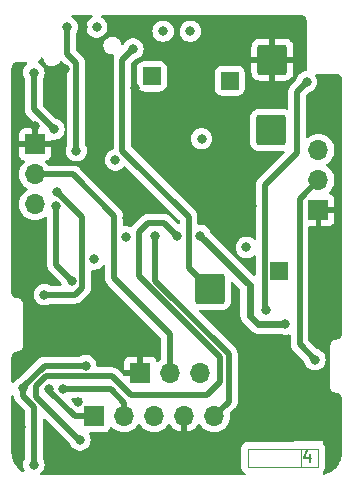
<source format=gbr>
%TF.GenerationSoftware,KiCad,Pcbnew,(7.0.0)*%
%TF.CreationDate,2024-01-10T08:15:57+01:00*%
%TF.ProjectId,LED_poi,4c45445f-706f-4692-9e6b-696361645f70,A*%
%TF.SameCoordinates,Original*%
%TF.FileFunction,Copper,L4,Bot*%
%TF.FilePolarity,Positive*%
%FSLAX46Y46*%
G04 Gerber Fmt 4.6, Leading zero omitted, Abs format (unit mm)*
G04 Created by KiCad (PCBNEW (7.0.0)) date 2024-01-10 08:15:57*
%MOMM*%
%LPD*%
G01*
G04 APERTURE LIST*
G04 Aperture macros list*
%AMRoundRect*
0 Rectangle with rounded corners*
0 $1 Rounding radius*
0 $2 $3 $4 $5 $6 $7 $8 $9 X,Y pos of 4 corners*
0 Add a 4 corners polygon primitive as box body*
4,1,4,$2,$3,$4,$5,$6,$7,$8,$9,$2,$3,0*
0 Add four circle primitives for the rounded corners*
1,1,$1+$1,$2,$3*
1,1,$1+$1,$4,$5*
1,1,$1+$1,$6,$7*
1,1,$1+$1,$8,$9*
0 Add four rect primitives between the rounded corners*
20,1,$1+$1,$2,$3,$4,$5,0*
20,1,$1+$1,$4,$5,$6,$7,0*
20,1,$1+$1,$6,$7,$8,$9,0*
20,1,$1+$1,$8,$9,$2,$3,0*%
G04 Aperture macros list end*
%ADD10C,0.150000*%
%TA.AperFunction,NonConductor*%
%ADD11C,0.150000*%
%TD*%
%TA.AperFunction,EtchedComponent*%
%ADD12C,0.120000*%
%TD*%
%TA.AperFunction,ComponentPad*%
%ADD13R,1.700000X1.700000*%
%TD*%
%TA.AperFunction,ComponentPad*%
%ADD14O,1.700000X1.700000*%
%TD*%
%TA.AperFunction,ComponentPad*%
%ADD15RoundRect,0.249999X-1.025001X-1.025001X1.025001X-1.025001X1.025001X1.025001X-1.025001X1.025001X0*%
%TD*%
%TA.AperFunction,WasherPad*%
%ADD16C,0.800000*%
%TD*%
%TA.AperFunction,ComponentPad*%
%ADD17RoundRect,0.250000X-0.550000X-0.550000X0.550000X-0.550000X0.550000X0.550000X-0.550000X0.550000X0*%
%TD*%
%TA.AperFunction,ViaPad*%
%ADD18C,0.800000*%
%TD*%
%TA.AperFunction,Conductor*%
%ADD19C,0.500000*%
%TD*%
%TA.AperFunction,Conductor*%
%ADD20C,0.600000*%
%TD*%
G04 APERTURE END LIST*
D10*
%TO.C,REF\u002A\u002A*%
D11*
X103266666Y-83215714D02*
X103266666Y-83882380D01*
X103028571Y-82834761D02*
X102790476Y-83549047D01*
X102790476Y-83549047D02*
X103409523Y-83549047D01*
D12*
X98000000Y-82750000D02*
X104000000Y-82750000D01*
X104000000Y-82750000D02*
X104000000Y-84250000D01*
X104000000Y-84250000D02*
X98000000Y-84250000D01*
X98000000Y-84250000D02*
X98000000Y-82750000D01*
X102500000Y-82750000D02*
X104000000Y-82750000D01*
X104000000Y-82750000D02*
X104000000Y-84250000D01*
X104000000Y-84250000D02*
X102500000Y-84250000D01*
X102500000Y-84250000D02*
X102500000Y-82750000D01*
%TD*%
D13*
%TO.P,J11,1,Pin_1*%
%TO.N,/SCL_3V3*%
X84999999Y-79999999D03*
D14*
%TO.P,J11,2,Pin_2*%
%TO.N,/SDA_3V3*%
X87539999Y-79999999D03*
%TO.P,J11,3,Pin_3*%
%TO.N,+3.3V*%
X90079999Y-79999999D03*
%TO.P,J11,4,Pin_4*%
%TO.N,GND*%
X92619999Y-79999999D03*
%TO.P,J11,5,Pin_5*%
%TO.N,/ACC_INT1*%
X95159999Y-79999999D03*
%TD*%
D15*
%TO.P,J6,1,Pin_1*%
%TO.N,VCC*%
X100000000Y-55750000D03*
%TD*%
%TO.P,J9,1,Pin_1*%
%TO.N,GND*%
X100100000Y-49800000D03*
%TD*%
D16*
%TO.P,SW1,*%
%TO.N,*%
X93150000Y-47400000D03*
X90850000Y-47400000D03*
%TD*%
D13*
%TO.P,J3,1,Pin_1*%
%TO.N,GND*%
X88919999Y-76299999D03*
D14*
%TO.P,J3,2,Pin_2*%
%TO.N,/Data*%
X91459999Y-76299999D03*
%TO.P,J3,3,Pin_3*%
%TO.N,VCC*%
X93999999Y-76299999D03*
%TD*%
D13*
%TO.P,J1,1,Pin_1*%
%TO.N,GND*%
X79999999Y-56974999D03*
D14*
%TO.P,J1,2,Pin_2*%
%TO.N,/Data*%
X79999999Y-59514999D03*
%TO.P,J1,3,Pin_3*%
%TO.N,VCC*%
X79999999Y-62054999D03*
%TD*%
D17*
%TO.P,J8,1,Pin_1*%
%TO.N,Net-(J8-Pin_1)*%
X96500000Y-51600000D03*
%TD*%
%TO.P,J7,1,Pin_1*%
%TO.N,/KEY*%
X100700000Y-67700000D03*
%TD*%
D15*
%TO.P,J5,1,Pin_1*%
%TO.N,+BATT*%
X94800000Y-69200000D03*
%TD*%
D13*
%TO.P,J2,1,Pin_1*%
%TO.N,GND*%
X103999999Y-62524999D03*
D14*
%TO.P,J2,2,Pin_2*%
%TO.N,/Data*%
X103999999Y-59984999D03*
%TO.P,J2,3,Pin_3*%
%TO.N,VCC*%
X103999999Y-57444999D03*
%TD*%
D17*
%TO.P,J4,1,Pin_1*%
%TO.N,Net-(J4-Pin_1)*%
X89900000Y-51200000D03*
%TD*%
D18*
%TO.N,VCC*%
X94100000Y-56500000D03*
X85230000Y-47035000D03*
X87700000Y-64800000D03*
X97900000Y-65700000D03*
X85000000Y-66700000D03*
X86800000Y-58300000D03*
%TO.N,GND*%
X80000000Y-55400000D03*
X85900000Y-74400000D03*
X98400000Y-62200000D03*
X86300000Y-69700000D03*
X86900000Y-59900000D03*
X80000000Y-67600000D03*
X91600000Y-56400000D03*
X84030000Y-47035000D03*
X88499994Y-52199994D03*
X82500000Y-50600000D03*
X80000000Y-68500000D03*
X78800000Y-80900000D03*
X87800000Y-63200000D03*
X94800000Y-57600000D03*
X83600000Y-78800000D03*
X104900000Y-72600000D03*
%TO.N,/XTAL1*%
X81600000Y-55700000D03*
X79900000Y-50900000D03*
%TO.N,/Data*%
X103700000Y-75200000D03*
%TO.N,+BATT*%
X88300000Y-48900000D03*
%TO.N,Net-(C1-Pad1)*%
X103000000Y-51700000D03*
X99600000Y-71000000D03*
%TO.N,/~{RST}*%
X83500000Y-57500000D03*
X82730000Y-47035000D03*
%TO.N,+3.3V*%
X84300000Y-75700000D03*
X79000000Y-77600000D03*
X79900000Y-84100000D03*
%TO.N,/SCL_3V3*%
X81220180Y-77652613D03*
%TO.N,/SDA_3V3*%
X82400000Y-77700000D03*
%TO.N,/ACC_INT1*%
X90200000Y-64700000D03*
%TO.N,/SDA*%
X81800000Y-62200000D03*
X83100000Y-68500000D03*
%TO.N,/SCL*%
X81900000Y-61000000D03*
X80800000Y-69700000D03*
%TO.N,/LED_Data*%
X94000000Y-64700000D03*
X101199994Y-72200000D03*
%TO.N,/ACC_INT2*%
X92000000Y-64700000D03*
X83800000Y-82000000D03*
%TD*%
D19*
%TO.N,/XTAL1*%
X79900000Y-50900000D02*
X79900000Y-54000000D01*
X79900000Y-54000000D02*
X81600000Y-55700000D01*
%TO.N,/Data*%
X91460000Y-73060000D02*
X86700000Y-68300000D01*
X86700000Y-63000000D02*
X83215000Y-59515000D01*
X86700000Y-68300000D02*
X86700000Y-63000000D01*
X80000000Y-59515000D02*
X83215000Y-59515000D01*
X102400000Y-73900000D02*
X103700000Y-75200000D01*
X91460000Y-76300000D02*
X91460000Y-73060000D01*
X104000000Y-59985000D02*
X102400000Y-61585000D01*
X102400000Y-61585000D02*
X102400000Y-73900000D01*
%TO.N,+BATT*%
X93000000Y-63100000D02*
X93000000Y-67400000D01*
X87400000Y-49800000D02*
X87400000Y-57500000D01*
X87400000Y-57500000D02*
X93000000Y-63100000D01*
X88300000Y-48900000D02*
X87400000Y-49800000D01*
X93000000Y-67400000D02*
X94800000Y-69200000D01*
%TO.N,Net-(C1-Pad1)*%
X102200000Y-57700000D02*
X102200000Y-52500000D01*
X99600000Y-71000000D02*
X99450000Y-70850000D01*
X99450000Y-70850000D02*
X99450000Y-60450000D01*
X102200000Y-52500000D02*
X103000000Y-51700000D01*
X99450000Y-60450000D02*
X102200000Y-57700000D01*
%TO.N,/~{RST}*%
X82700000Y-47065000D02*
X82730000Y-47035000D01*
X82700000Y-49300000D02*
X82700000Y-47065000D01*
X83500000Y-50100000D02*
X82700000Y-49300000D01*
X83500000Y-57500000D02*
X83500000Y-50100000D01*
%TO.N,+3.3V*%
X79000000Y-77510050D02*
X80810050Y-75700000D01*
X80810050Y-75700000D02*
X84300000Y-75700000D01*
X79000000Y-78289949D02*
X79000000Y-77600000D01*
X79000000Y-77600000D02*
X79000000Y-77510050D01*
X79900000Y-79189949D02*
X79000000Y-78289949D01*
X79900000Y-84100000D02*
X79900000Y-79189949D01*
%TO.N,/SCL_3V3*%
X85000000Y-80000000D02*
X83400000Y-80000000D01*
X83400000Y-80000000D02*
X81220180Y-77820180D01*
X81220180Y-77820180D02*
X81220180Y-77652613D01*
%TO.N,/SDA_3V3*%
X87540000Y-78840000D02*
X87540000Y-80000000D01*
X82400000Y-77700000D02*
X86400000Y-77700000D01*
X86400000Y-77700000D02*
X87540000Y-78840000D01*
%TO.N,/ACC_INT1*%
X95160000Y-80000000D02*
X96400000Y-78760000D01*
X96400000Y-78760000D02*
X96400000Y-74710050D01*
X90200000Y-68510050D02*
X90200000Y-64700000D01*
X96400000Y-74710050D02*
X90200000Y-68510050D01*
%TO.N,/SDA*%
X81800000Y-67200000D02*
X83100000Y-68500000D01*
X81800000Y-62200000D02*
X81800000Y-67200000D01*
%TO.N,/SCL*%
X80800000Y-69700000D02*
X83400000Y-69700000D01*
X83400000Y-69700000D02*
X84000000Y-69100000D01*
X84000000Y-63100000D02*
X81900000Y-61000000D01*
X84000000Y-69100000D02*
X84000000Y-63100000D01*
D20*
%TO.N,/LED_Data*%
X98900000Y-72200000D02*
X101200000Y-72200000D01*
X98200000Y-68900000D02*
X98200000Y-71500000D01*
X98200000Y-71500000D02*
X98900000Y-72200000D01*
X94000000Y-64700000D02*
X98200000Y-68900000D01*
D19*
%TO.N,/ACC_INT2*%
X86500000Y-76600000D02*
X88100000Y-78200000D01*
X80100000Y-78400000D02*
X83700000Y-82000000D01*
X95700000Y-77100000D02*
X95700000Y-75000000D01*
X95700000Y-75000000D02*
X88800000Y-68100000D01*
X94600000Y-78200000D02*
X95700000Y-77100000D01*
X83700000Y-82000000D02*
X83800000Y-82000000D01*
X80100000Y-77400000D02*
X80900000Y-76600000D01*
X80900000Y-76600000D02*
X86500000Y-76600000D01*
X90900000Y-63600000D02*
X92000000Y-64700000D01*
X80100000Y-78400000D02*
X80100000Y-77400000D01*
X88800000Y-64400000D02*
X89600000Y-63600000D01*
X88100000Y-78200000D02*
X94600000Y-78200000D01*
X89600000Y-63600000D02*
X90900000Y-63600000D01*
X88800000Y-68100000D02*
X88800000Y-64400000D01*
%TD*%
%TA.AperFunction,Conductor*%
%TO.N,GND*%
G36*
X105506921Y-51001279D02*
G01*
X105525214Y-51003341D01*
X105527467Y-51003616D01*
X105605831Y-51013932D01*
X105630597Y-51019829D01*
X105663094Y-51031200D01*
X105669575Y-51033674D01*
X105722195Y-51055469D01*
X105740695Y-51065027D01*
X105767381Y-51081795D01*
X105773053Y-51085359D01*
X105782567Y-51091977D01*
X105824980Y-51124522D01*
X105837174Y-51135216D01*
X105864782Y-51162824D01*
X105875476Y-51175018D01*
X105908021Y-51217431D01*
X105914639Y-51226945D01*
X105934967Y-51259296D01*
X105944533Y-51277813D01*
X105952878Y-51297958D01*
X105966318Y-51330407D01*
X105968798Y-51336904D01*
X105980169Y-51369401D01*
X105986066Y-51394169D01*
X105996377Y-51472484D01*
X105996658Y-51474783D01*
X105998720Y-51493079D01*
X105999500Y-51506966D01*
X105999500Y-72993034D01*
X105998720Y-73006923D01*
X105996658Y-73025217D01*
X105996377Y-73027514D01*
X105986066Y-73105829D01*
X105980169Y-73130597D01*
X105968798Y-73163094D01*
X105966318Y-73169591D01*
X105944536Y-73222180D01*
X105934967Y-73240702D01*
X105914639Y-73273053D01*
X105908021Y-73282567D01*
X105875476Y-73324980D01*
X105864782Y-73337174D01*
X105837174Y-73364782D01*
X105824980Y-73375476D01*
X105782567Y-73408021D01*
X105773053Y-73414639D01*
X105740702Y-73434967D01*
X105722180Y-73444536D01*
X105669591Y-73466318D01*
X105663094Y-73468798D01*
X105630597Y-73480169D01*
X105605829Y-73486066D01*
X105527514Y-73496377D01*
X105525217Y-73496658D01*
X105508731Y-73498516D01*
X105506921Y-73498720D01*
X105493034Y-73499500D01*
X105443607Y-73499500D01*
X105436821Y-73501048D01*
X105436819Y-73501049D01*
X105340441Y-73523046D01*
X105340434Y-73523048D01*
X105333649Y-73524597D01*
X105327378Y-73527616D01*
X105327372Y-73527619D01*
X105238307Y-73570511D01*
X105238303Y-73570513D01*
X105232033Y-73573533D01*
X105226593Y-73577871D01*
X105226587Y-73577875D01*
X105149295Y-73639514D01*
X105149290Y-73639518D01*
X105143854Y-73643854D01*
X105139518Y-73649290D01*
X105139514Y-73649295D01*
X105077875Y-73726587D01*
X105077871Y-73726593D01*
X105073533Y-73732033D01*
X105070513Y-73738303D01*
X105070511Y-73738307D01*
X105027619Y-73827372D01*
X105027616Y-73827378D01*
X105024597Y-73833649D01*
X105023048Y-73840434D01*
X105023046Y-73840441D01*
X105001049Y-73936819D01*
X104999500Y-73943607D01*
X104999500Y-73999901D01*
X104999500Y-77499500D01*
X104999500Y-77500000D01*
X104999500Y-77556393D01*
X105001048Y-77563179D01*
X105001049Y-77563180D01*
X105023046Y-77659558D01*
X105023047Y-77659562D01*
X105024597Y-77666351D01*
X105073533Y-77767967D01*
X105143854Y-77856146D01*
X105232033Y-77926467D01*
X105333649Y-77975403D01*
X105443607Y-78000500D01*
X105493040Y-78000500D01*
X105506921Y-78001279D01*
X105525214Y-78003341D01*
X105527467Y-78003616D01*
X105605831Y-78013932D01*
X105630597Y-78019829D01*
X105663094Y-78031200D01*
X105669575Y-78033674D01*
X105722195Y-78055469D01*
X105740695Y-78065027D01*
X105773053Y-78085359D01*
X105782567Y-78091977D01*
X105824980Y-78124522D01*
X105837174Y-78135216D01*
X105864782Y-78162824D01*
X105875476Y-78175018D01*
X105908021Y-78217431D01*
X105914639Y-78226945D01*
X105934967Y-78259296D01*
X105944536Y-78277818D01*
X105966318Y-78330407D01*
X105968798Y-78336904D01*
X105980169Y-78369401D01*
X105986066Y-78394169D01*
X105996377Y-78472484D01*
X105996658Y-78474783D01*
X105998720Y-78493079D01*
X105999500Y-78506966D01*
X105999500Y-82995947D01*
X105999234Y-83004058D01*
X105994045Y-83083217D01*
X105993995Y-83083952D01*
X105981291Y-83261573D01*
X105979224Y-83276918D01*
X105957064Y-83388323D01*
X105956613Y-83390490D01*
X105926217Y-83530221D01*
X105922470Y-83543722D01*
X105883793Y-83657660D01*
X105882556Y-83661135D01*
X105834938Y-83788802D01*
X105829969Y-83800311D01*
X105775564Y-83910635D01*
X105773183Y-83915219D01*
X105709154Y-84032478D01*
X105703424Y-84041942D01*
X105634383Y-84145269D01*
X105630548Y-84150688D01*
X105551181Y-84256711D01*
X105545142Y-84264160D01*
X105462867Y-84357976D01*
X105457320Y-84363898D01*
X105363898Y-84457320D01*
X105357976Y-84462867D01*
X105264160Y-84545142D01*
X105256711Y-84551181D01*
X105150688Y-84630548D01*
X105145269Y-84634383D01*
X105041942Y-84703424D01*
X105032478Y-84709154D01*
X104915219Y-84773183D01*
X104910635Y-84775564D01*
X104800311Y-84829969D01*
X104788802Y-84834938D01*
X104661135Y-84882556D01*
X104657660Y-84883793D01*
X104543722Y-84922470D01*
X104530222Y-84926217D01*
X104497718Y-84933288D01*
X104434728Y-84930588D01*
X104381207Y-84897261D01*
X104350994Y-84841924D01*
X104351897Y-84778883D01*
X104361041Y-84763219D01*
X104366363Y-84743357D01*
X104370738Y-84743357D01*
X104370738Y-84727030D01*
X104371974Y-84722417D01*
X104380177Y-84681179D01*
X104400693Y-84650474D01*
X104399754Y-84649754D01*
X104462540Y-84567929D01*
X104489596Y-84532669D01*
X104546074Y-84396320D01*
X104565337Y-84250000D01*
X104561561Y-84221318D01*
X104560500Y-84205133D01*
X104560500Y-82794867D01*
X104561561Y-82778682D01*
X104564276Y-82758059D01*
X104565337Y-82750000D01*
X104546074Y-82603680D01*
X104489596Y-82467332D01*
X104399754Y-82350246D01*
X104399754Y-82350245D01*
X104400693Y-82349525D01*
X104380177Y-82318821D01*
X104370738Y-82271368D01*
X104370738Y-82097969D01*
X104370738Y-82081643D01*
X101956643Y-82081643D01*
X101956643Y-82097787D01*
X101931959Y-82145205D01*
X101889374Y-82177882D01*
X101836969Y-82189500D01*
X98044867Y-82189500D01*
X98028682Y-82188439D01*
X98008059Y-82185724D01*
X98000000Y-82184663D01*
X97963259Y-82189500D01*
X97853680Y-82203926D01*
X97846175Y-82207034D01*
X97846170Y-82207036D01*
X97724839Y-82257294D01*
X97724836Y-82257295D01*
X97717332Y-82260404D01*
X97710887Y-82265349D01*
X97710884Y-82265351D01*
X97606692Y-82345299D01*
X97606688Y-82345302D01*
X97600246Y-82350246D01*
X97595302Y-82356688D01*
X97595299Y-82356692D01*
X97515351Y-82460883D01*
X97515348Y-82460886D01*
X97510404Y-82467331D01*
X97507295Y-82474835D01*
X97507294Y-82474838D01*
X97457036Y-82596170D01*
X97457034Y-82596175D01*
X97453926Y-82603680D01*
X97452866Y-82611731D01*
X97452864Y-82611739D01*
X97436272Y-82737774D01*
X97434663Y-82750000D01*
X97435724Y-82758059D01*
X97438439Y-82778682D01*
X97439500Y-82794867D01*
X97439500Y-84205133D01*
X97438438Y-84221318D01*
X97434663Y-84250000D01*
X97439500Y-84286741D01*
X97453926Y-84396320D01*
X97510404Y-84532668D01*
X97515351Y-84539115D01*
X97588451Y-84634383D01*
X97600246Y-84649754D01*
X97717331Y-84739596D01*
X97762845Y-84758448D01*
X97768857Y-84760939D01*
X97821722Y-84802615D01*
X97845022Y-84865771D01*
X97831889Y-84931795D01*
X97786194Y-84981227D01*
X97721404Y-84999500D01*
X80575599Y-84999500D01*
X80515863Y-84984163D01*
X80470904Y-84941945D01*
X80451844Y-84883291D01*
X80463398Y-84822709D01*
X80496862Y-84782252D01*
X80495785Y-84781055D01*
X80500610Y-84776710D01*
X80505871Y-84772888D01*
X80632533Y-84632216D01*
X80727179Y-84468284D01*
X80785674Y-84288256D01*
X80805460Y-84100000D01*
X80785674Y-83911744D01*
X80727179Y-83731716D01*
X80667112Y-83627678D01*
X80650500Y-83565679D01*
X80650500Y-80311230D01*
X80664015Y-80254935D01*
X80701615Y-80210912D01*
X80755102Y-80188757D01*
X80812818Y-80193299D01*
X80862181Y-80223549D01*
X82935359Y-82296727D01*
X82965608Y-82346088D01*
X82970810Y-82362098D01*
X82970813Y-82362105D01*
X82972821Y-82368284D01*
X82976068Y-82373909D01*
X82976070Y-82373912D01*
X83030006Y-82467332D01*
X83067467Y-82532216D01*
X83071811Y-82537041D01*
X83071813Y-82537043D01*
X83139070Y-82611739D01*
X83194129Y-82672888D01*
X83347270Y-82784151D01*
X83520197Y-82861144D01*
X83705354Y-82900500D01*
X83888143Y-82900500D01*
X83894646Y-82900500D01*
X84079803Y-82861144D01*
X84252730Y-82784151D01*
X84405871Y-82672888D01*
X84532533Y-82532216D01*
X84627179Y-82368284D01*
X84685674Y-82188256D01*
X84705460Y-82000000D01*
X84685674Y-81811744D01*
X84627179Y-81631716D01*
X84572206Y-81536499D01*
X84555593Y-81474499D01*
X84572206Y-81412499D01*
X84617593Y-81367112D01*
X84679593Y-81350499D01*
X85894561Y-81350499D01*
X85897872Y-81350499D01*
X85957483Y-81344091D01*
X86092331Y-81293796D01*
X86207546Y-81207546D01*
X86293796Y-81092331D01*
X86342810Y-80960916D01*
X86377789Y-80910537D01*
X86432634Y-80883084D01*
X86493927Y-80885273D01*
X86546673Y-80916569D01*
X86668599Y-81038495D01*
X86673031Y-81041598D01*
X86673033Y-81041600D01*
X86817260Y-81142589D01*
X86862170Y-81174035D01*
X87076337Y-81273903D01*
X87304592Y-81335063D01*
X87540000Y-81355659D01*
X87775408Y-81335063D01*
X88003663Y-81273903D01*
X88217830Y-81174035D01*
X88411401Y-81038495D01*
X88578495Y-80871401D01*
X88708426Y-80685839D01*
X88752742Y-80646976D01*
X88809999Y-80632965D01*
X88867256Y-80646976D01*
X88911574Y-80685841D01*
X89038399Y-80866966D01*
X89038402Y-80866970D01*
X89041505Y-80871401D01*
X89208599Y-81038495D01*
X89213031Y-81041598D01*
X89213033Y-81041600D01*
X89357260Y-81142589D01*
X89402170Y-81174035D01*
X89616337Y-81273903D01*
X89844592Y-81335063D01*
X90080000Y-81355659D01*
X90315408Y-81335063D01*
X90543663Y-81273903D01*
X90757830Y-81174035D01*
X90951401Y-81038495D01*
X91118495Y-80871401D01*
X91248730Y-80685405D01*
X91293048Y-80646540D01*
X91350305Y-80632529D01*
X91407562Y-80646540D01*
X91451880Y-80685405D01*
X91578784Y-80866643D01*
X91585721Y-80874909D01*
X91745090Y-81034278D01*
X91753356Y-81041215D01*
X91937991Y-81170498D01*
X91947323Y-81175886D01*
X92151602Y-81271143D01*
X92161736Y-81274831D01*
X92356219Y-81326943D01*
X92367448Y-81327311D01*
X92370000Y-81316369D01*
X92370000Y-79874000D01*
X92386613Y-79812000D01*
X92432000Y-79766613D01*
X92494000Y-79750000D01*
X92746000Y-79750000D01*
X92808000Y-79766613D01*
X92853387Y-79812000D01*
X92870000Y-79874000D01*
X92870000Y-81316369D01*
X92872551Y-81327311D01*
X92883780Y-81326943D01*
X93078263Y-81274831D01*
X93088397Y-81271143D01*
X93292676Y-81175886D01*
X93302008Y-81170498D01*
X93486643Y-81041215D01*
X93494909Y-81034278D01*
X93654278Y-80874909D01*
X93661219Y-80866638D01*
X93788119Y-80685406D01*
X93832437Y-80646540D01*
X93889694Y-80632529D01*
X93946951Y-80646540D01*
X93991269Y-80685405D01*
X94118399Y-80866966D01*
X94118402Y-80866970D01*
X94121505Y-80871401D01*
X94288599Y-81038495D01*
X94293031Y-81041598D01*
X94293033Y-81041600D01*
X94437260Y-81142589D01*
X94482170Y-81174035D01*
X94696337Y-81273903D01*
X94924592Y-81335063D01*
X95160000Y-81355659D01*
X95395408Y-81335063D01*
X95623663Y-81273903D01*
X95837830Y-81174035D01*
X96031401Y-81038495D01*
X96198495Y-80871401D01*
X96334035Y-80677830D01*
X96433903Y-80463663D01*
X96495063Y-80235408D01*
X96515659Y-80000000D01*
X96497022Y-79786984D01*
X96504028Y-79733768D01*
X96532867Y-79688499D01*
X96885642Y-79335724D01*
X96899266Y-79323950D01*
X96918530Y-79309610D01*
X96950366Y-79271667D01*
X96957680Y-79263688D01*
X96958264Y-79263103D01*
X96961591Y-79259777D01*
X96980833Y-79235439D01*
X96983090Y-79232670D01*
X97026654Y-79180753D01*
X97026653Y-79180753D01*
X97031302Y-79175214D01*
X97034548Y-79168748D01*
X97036436Y-79165879D01*
X97036645Y-79165589D01*
X97036819Y-79165278D01*
X97038624Y-79162350D01*
X97043111Y-79156677D01*
X97074834Y-79088645D01*
X97076349Y-79085514D01*
X97110040Y-79018433D01*
X97111708Y-79011391D01*
X97112878Y-79008178D01*
X97113022Y-79007830D01*
X97113118Y-79007492D01*
X97114199Y-79004227D01*
X97117257Y-78997673D01*
X97132450Y-78924088D01*
X97133186Y-78920771D01*
X97150500Y-78847721D01*
X97150500Y-78840489D01*
X97150900Y-78837067D01*
X97150957Y-78836714D01*
X97150972Y-78836374D01*
X97151273Y-78832931D01*
X97152734Y-78825856D01*
X97150552Y-78750870D01*
X97150500Y-78747263D01*
X97150500Y-74773757D01*
X97151809Y-74755786D01*
X97152297Y-74752446D01*
X97155289Y-74732027D01*
X97150971Y-74682683D01*
X97150500Y-74671877D01*
X97150500Y-74669952D01*
X97150500Y-74666341D01*
X97146894Y-74635493D01*
X97146537Y-74632006D01*
X97139998Y-74557253D01*
X97137724Y-74550391D01*
X97137027Y-74547015D01*
X97136970Y-74546663D01*
X97136875Y-74546327D01*
X97136079Y-74542969D01*
X97135241Y-74535795D01*
X97109567Y-74465257D01*
X97108399Y-74461893D01*
X97087085Y-74397570D01*
X97084814Y-74390716D01*
X97081026Y-74384574D01*
X97079557Y-74381423D01*
X97079431Y-74381120D01*
X97079261Y-74380815D01*
X97077709Y-74377725D01*
X97075237Y-74370933D01*
X97034019Y-74308265D01*
X97032087Y-74305231D01*
X97031836Y-74304824D01*
X96992712Y-74241394D01*
X96987604Y-74236286D01*
X96985459Y-74233573D01*
X96985257Y-74233294D01*
X96985022Y-74233037D01*
X96982796Y-74230384D01*
X96978830Y-74224354D01*
X96924290Y-74172898D01*
X96921703Y-74170385D01*
X93938499Y-71187181D01*
X93908249Y-71137818D01*
X93903707Y-71080102D01*
X93925862Y-71026615D01*
X93969885Y-70989015D01*
X94026180Y-70975500D01*
X95871861Y-70975500D01*
X95875010Y-70975500D01*
X95977798Y-70964999D01*
X96144335Y-70909814D01*
X96293656Y-70817712D01*
X96417712Y-70693656D01*
X96509814Y-70544335D01*
X96564999Y-70377798D01*
X96575500Y-70275010D01*
X96575500Y-68706940D01*
X96589015Y-68650645D01*
X96626615Y-68606622D01*
X96680102Y-68584467D01*
X96737818Y-68589009D01*
X96787181Y-68619259D01*
X97363181Y-69195259D01*
X97390061Y-69235487D01*
X97399500Y-69282940D01*
X97399500Y-71409806D01*
X97399500Y-71590194D01*
X97401049Y-71596983D01*
X97401050Y-71596988D01*
X97408017Y-71627518D01*
X97410345Y-71641218D01*
X97413852Y-71672336D01*
X97414632Y-71679255D01*
X97416929Y-71685821D01*
X97416930Y-71685823D01*
X97427272Y-71715379D01*
X97431119Y-71728735D01*
X97438088Y-71759267D01*
X97438091Y-71759276D01*
X97439640Y-71766061D01*
X97442658Y-71772329D01*
X97442661Y-71772336D01*
X97456250Y-71800554D01*
X97461568Y-71813393D01*
X97474211Y-71849522D01*
X97477912Y-71855412D01*
X97477913Y-71855414D01*
X97494572Y-71881927D01*
X97501296Y-71894093D01*
X97514888Y-71922315D01*
X97517909Y-71928587D01*
X97541771Y-71958509D01*
X97549818Y-71969850D01*
X97570184Y-72002262D01*
X97602174Y-72034252D01*
X98270184Y-72702262D01*
X98397738Y-72829816D01*
X98403633Y-72833520D01*
X98430143Y-72850177D01*
X98441484Y-72858223D01*
X98471413Y-72882091D01*
X98477687Y-72885112D01*
X98477688Y-72885113D01*
X98488632Y-72890383D01*
X98500889Y-72896286D01*
X98505890Y-72898694D01*
X98518058Y-72905418D01*
X98550478Y-72925789D01*
X98557047Y-72928087D01*
X98557048Y-72928088D01*
X98586613Y-72938433D01*
X98599450Y-72943750D01*
X98633939Y-72960359D01*
X98669396Y-72968452D01*
X98671249Y-72968875D01*
X98684610Y-72972724D01*
X98714171Y-72983068D01*
X98714173Y-72983068D01*
X98720745Y-72985368D01*
X98758800Y-72989655D01*
X98772481Y-72991980D01*
X98809805Y-73000500D01*
X98855046Y-73000500D01*
X98990194Y-73000500D01*
X100757627Y-73000500D01*
X100808063Y-73011221D01*
X100909520Y-73056393D01*
X100920191Y-73061144D01*
X101105348Y-73100500D01*
X101288137Y-73100500D01*
X101294640Y-73100500D01*
X101479797Y-73061144D01*
X101485735Y-73058499D01*
X101487182Y-73058030D01*
X101544898Y-73053488D01*
X101598385Y-73075643D01*
X101635985Y-73119666D01*
X101649500Y-73175961D01*
X101649500Y-73836293D01*
X101648191Y-73854264D01*
X101644711Y-73878023D01*
X101645340Y-73885214D01*
X101645340Y-73885221D01*
X101649028Y-73927369D01*
X101649500Y-73938176D01*
X101649500Y-73943709D01*
X101649916Y-73947272D01*
X101649917Y-73947282D01*
X101653098Y-73974496D01*
X101653464Y-73978082D01*
X101659371Y-74045604D01*
X101659372Y-74045609D01*
X101660001Y-74052797D01*
X101662271Y-74059649D01*
X101662976Y-74063063D01*
X101663028Y-74063384D01*
X101663120Y-74063709D01*
X101663920Y-74067085D01*
X101664759Y-74074255D01*
X101690413Y-74144742D01*
X101691582Y-74148108D01*
X101712913Y-74212479D01*
X101712917Y-74212489D01*
X101715186Y-74219334D01*
X101718971Y-74225472D01*
X101720443Y-74228628D01*
X101720570Y-74228935D01*
X101720729Y-74229220D01*
X101722295Y-74232338D01*
X101724763Y-74239117D01*
X101728727Y-74245144D01*
X101728729Y-74245148D01*
X101765979Y-74301784D01*
X101767900Y-74304799D01*
X101770043Y-74308273D01*
X101799571Y-74356146D01*
X101807288Y-74368656D01*
X101812392Y-74373760D01*
X101814542Y-74376479D01*
X101814739Y-74376752D01*
X101814973Y-74377007D01*
X101817202Y-74379663D01*
X101821170Y-74385696D01*
X101826423Y-74390652D01*
X101826424Y-74390653D01*
X101875709Y-74437151D01*
X101878296Y-74439664D01*
X102332795Y-74894163D01*
X102787228Y-75348595D01*
X102817478Y-75397957D01*
X102872821Y-75568284D01*
X102876068Y-75573908D01*
X102876069Y-75573910D01*
X102903932Y-75622171D01*
X102967467Y-75732216D01*
X103094129Y-75872888D01*
X103099387Y-75876708D01*
X103099388Y-75876709D01*
X103166111Y-75925186D01*
X103247270Y-75984151D01*
X103420197Y-76061144D01*
X103605354Y-76100500D01*
X103788143Y-76100500D01*
X103794646Y-76100500D01*
X103979803Y-76061144D01*
X104152730Y-75984151D01*
X104305871Y-75872888D01*
X104432533Y-75732216D01*
X104527179Y-75568284D01*
X104585674Y-75388256D01*
X104605460Y-75200000D01*
X104585674Y-75011744D01*
X104527179Y-74831716D01*
X104432533Y-74667784D01*
X104323568Y-74546767D01*
X104310220Y-74531942D01*
X104310219Y-74531941D01*
X104305871Y-74527112D01*
X104300613Y-74523292D01*
X104300611Y-74523290D01*
X104157988Y-74419669D01*
X104157987Y-74419668D01*
X104152730Y-74415849D01*
X104146792Y-74413205D01*
X103985745Y-74341501D01*
X103985740Y-74341499D01*
X103979803Y-74338856D01*
X103961661Y-74335000D01*
X103914668Y-74325011D01*
X103881282Y-74312694D01*
X103852769Y-74291402D01*
X103186819Y-73625451D01*
X103159939Y-73585223D01*
X103150500Y-73537770D01*
X103150500Y-63999000D01*
X103167113Y-63937000D01*
X103212500Y-63891613D01*
X103274500Y-63875000D01*
X103733674Y-63875000D01*
X103746549Y-63871549D01*
X103750000Y-63858674D01*
X104250000Y-63858674D01*
X104253450Y-63871549D01*
X104266326Y-63875000D01*
X104894518Y-63875000D01*
X104901114Y-63874646D01*
X104949667Y-63869426D01*
X104964641Y-63865888D01*
X105083777Y-63821452D01*
X105099189Y-63813037D01*
X105200092Y-63737501D01*
X105212501Y-63725092D01*
X105288037Y-63624189D01*
X105296452Y-63608777D01*
X105340888Y-63489641D01*
X105344426Y-63474667D01*
X105349646Y-63426114D01*
X105350000Y-63419518D01*
X105350000Y-62791326D01*
X105346549Y-62778450D01*
X105333674Y-62775000D01*
X104266326Y-62775000D01*
X104253450Y-62778450D01*
X104250000Y-62791326D01*
X104250000Y-63858674D01*
X103750000Y-63858674D01*
X103750000Y-62399000D01*
X103766613Y-62337000D01*
X103812000Y-62291613D01*
X103874000Y-62275000D01*
X105333674Y-62275000D01*
X105346549Y-62271549D01*
X105350000Y-62258674D01*
X105350000Y-61630482D01*
X105349646Y-61623885D01*
X105344426Y-61575332D01*
X105340888Y-61560358D01*
X105296452Y-61441222D01*
X105288037Y-61425810D01*
X105212501Y-61324907D01*
X105200092Y-61312498D01*
X105099189Y-61236962D01*
X105083779Y-61228548D01*
X104960528Y-61182577D01*
X104910149Y-61147597D01*
X104882696Y-61092753D01*
X104884885Y-61031460D01*
X104916178Y-60978717D01*
X105038495Y-60856401D01*
X105174035Y-60662830D01*
X105273903Y-60448663D01*
X105335063Y-60220408D01*
X105355659Y-59985000D01*
X105335063Y-59749592D01*
X105273903Y-59521337D01*
X105174035Y-59307171D01*
X105038495Y-59113599D01*
X104871401Y-58946505D01*
X104866968Y-58943401D01*
X104866961Y-58943395D01*
X104685842Y-58816575D01*
X104646976Y-58772257D01*
X104632965Y-58715000D01*
X104646976Y-58657743D01*
X104685842Y-58613425D01*
X104866961Y-58486604D01*
X104866961Y-58486603D01*
X104871401Y-58483495D01*
X105038495Y-58316401D01*
X105174035Y-58122830D01*
X105273903Y-57908663D01*
X105335063Y-57680408D01*
X105355659Y-57445000D01*
X105335063Y-57209592D01*
X105273903Y-56981337D01*
X105174035Y-56767171D01*
X105038495Y-56573599D01*
X104871401Y-56406505D01*
X104866970Y-56403402D01*
X104866966Y-56403399D01*
X104682259Y-56274066D01*
X104682257Y-56274064D01*
X104677830Y-56270965D01*
X104672933Y-56268681D01*
X104672927Y-56268678D01*
X104468572Y-56173386D01*
X104468570Y-56173385D01*
X104463663Y-56171097D01*
X104458438Y-56169697D01*
X104458430Y-56169694D01*
X104240634Y-56111337D01*
X104240630Y-56111336D01*
X104235408Y-56109937D01*
X104230020Y-56109465D01*
X104230017Y-56109465D01*
X104005395Y-56089813D01*
X104000000Y-56089341D01*
X103994605Y-56089813D01*
X103769982Y-56109465D01*
X103769977Y-56109465D01*
X103764592Y-56109937D01*
X103759371Y-56111335D01*
X103759365Y-56111337D01*
X103541569Y-56169694D01*
X103541557Y-56169698D01*
X103536337Y-56171097D01*
X103531432Y-56173383D01*
X103531427Y-56173386D01*
X103327081Y-56268675D01*
X103327077Y-56268677D01*
X103322171Y-56270965D01*
X103317738Y-56274068D01*
X103317731Y-56274073D01*
X103145623Y-56394585D01*
X103082610Y-56416745D01*
X103017243Y-56402999D01*
X102968491Y-56357338D01*
X102950500Y-56293010D01*
X102950500Y-52862230D01*
X102959939Y-52814778D01*
X102986816Y-52774551D01*
X103152776Y-52608590D01*
X103181283Y-52587304D01*
X103214669Y-52574987D01*
X103279803Y-52561144D01*
X103452730Y-52484151D01*
X103605871Y-52372888D01*
X103732533Y-52232216D01*
X103827179Y-52068284D01*
X103885674Y-51888256D01*
X103905460Y-51700000D01*
X103891960Y-51571549D01*
X103886353Y-51518204D01*
X103886352Y-51518203D01*
X103885674Y-51511744D01*
X103827179Y-51331716D01*
X103743339Y-51186500D01*
X103726726Y-51124500D01*
X103743339Y-51062500D01*
X103788726Y-51017113D01*
X103850726Y-51000500D01*
X105493040Y-51000500D01*
X105506921Y-51001279D01*
G37*
%TD.AperFunction*%
%TA.AperFunction,Conductor*%
G36*
X78180152Y-78205884D02*
G01*
X78227099Y-78247056D01*
X78248028Y-78305888D01*
X78249028Y-78317319D01*
X78249500Y-78328125D01*
X78249500Y-78333658D01*
X78249916Y-78337221D01*
X78249917Y-78337231D01*
X78253098Y-78364445D01*
X78253464Y-78368031D01*
X78259371Y-78435553D01*
X78259372Y-78435558D01*
X78260001Y-78442746D01*
X78262271Y-78449598D01*
X78262976Y-78453012D01*
X78263028Y-78453333D01*
X78263120Y-78453658D01*
X78263920Y-78457034D01*
X78264759Y-78464204D01*
X78290413Y-78534691D01*
X78291582Y-78538057D01*
X78312913Y-78602428D01*
X78312917Y-78602438D01*
X78315186Y-78609283D01*
X78318971Y-78615421D01*
X78320443Y-78618577D01*
X78320570Y-78618884D01*
X78320729Y-78619169D01*
X78322295Y-78622287D01*
X78324763Y-78629066D01*
X78328727Y-78635093D01*
X78328729Y-78635097D01*
X78365979Y-78691733D01*
X78367900Y-78694748D01*
X78378245Y-78711519D01*
X78401414Y-78749083D01*
X78407288Y-78758605D01*
X78412392Y-78763709D01*
X78414542Y-78766428D01*
X78414739Y-78766701D01*
X78414973Y-78766956D01*
X78417202Y-78769612D01*
X78421170Y-78775645D01*
X78426423Y-78780601D01*
X78426424Y-78780602D01*
X78475710Y-78827101D01*
X78478297Y-78829614D01*
X78805360Y-79156677D01*
X79113181Y-79464497D01*
X79140061Y-79504725D01*
X79149500Y-79552178D01*
X79149500Y-83565679D01*
X79132887Y-83627679D01*
X79076069Y-83726089D01*
X79076066Y-83726094D01*
X79072821Y-83731716D01*
X79070815Y-83737888D01*
X79070813Y-83737894D01*
X79016333Y-83905564D01*
X79016331Y-83905573D01*
X79014326Y-83911744D01*
X79013648Y-83918194D01*
X79013646Y-83918204D01*
X79000642Y-84041942D01*
X78994540Y-84100000D01*
X78995219Y-84106460D01*
X79013646Y-84281795D01*
X79013647Y-84281803D01*
X79014326Y-84288256D01*
X79016331Y-84294428D01*
X79016333Y-84294435D01*
X79070813Y-84462105D01*
X79072821Y-84468284D01*
X79097286Y-84510659D01*
X79100021Y-84515396D01*
X79116622Y-84579019D01*
X79098360Y-84642186D01*
X79050368Y-84687134D01*
X78986142Y-84701225D01*
X78923743Y-84680497D01*
X78854726Y-84634382D01*
X78849310Y-84630548D01*
X78765659Y-84567928D01*
X78743278Y-84551173D01*
X78735848Y-84545150D01*
X78642022Y-84462867D01*
X78636100Y-84457320D01*
X78542678Y-84363898D01*
X78537131Y-84357976D01*
X78481407Y-84294435D01*
X78454844Y-84264145D01*
X78448830Y-84256727D01*
X78369450Y-84150688D01*
X78365615Y-84145269D01*
X78296574Y-84041942D01*
X78290844Y-84032478D01*
X78226798Y-83915187D01*
X78224461Y-83910687D01*
X78170024Y-83800300D01*
X78165060Y-83788802D01*
X78117420Y-83661074D01*
X78116228Y-83657725D01*
X78077522Y-83543703D01*
X78073786Y-83530240D01*
X78043374Y-83390437D01*
X78042945Y-83388378D01*
X78020772Y-83276904D01*
X78018709Y-83261587D01*
X78005991Y-83083767D01*
X78005978Y-83083586D01*
X78000764Y-83004042D01*
X78000500Y-82995935D01*
X78000500Y-78316694D01*
X78016223Y-78256262D01*
X78059403Y-78211155D01*
X78119092Y-78192812D01*
X78180152Y-78205884D01*
G37*
%TD.AperFunction*%
%TA.AperFunction,Conductor*%
G36*
X83971496Y-78469238D02*
G01*
X84017231Y-78519789D01*
X84029334Y-78586875D01*
X84004148Y-78650221D01*
X83949286Y-78690682D01*
X83915980Y-78703104D01*
X83915978Y-78703104D01*
X83907669Y-78706204D01*
X83900572Y-78711516D01*
X83900568Y-78711519D01*
X83799550Y-78787141D01*
X83799546Y-78787144D01*
X83792454Y-78792454D01*
X83787144Y-78799546D01*
X83787141Y-78799550D01*
X83711519Y-78900568D01*
X83711516Y-78900572D01*
X83706204Y-78907669D01*
X83703106Y-78915974D01*
X83703101Y-78915984D01*
X83682037Y-78972460D01*
X83647058Y-79022839D01*
X83592214Y-79050292D01*
X83530921Y-79048103D01*
X83478175Y-79016807D01*
X83123549Y-78662181D01*
X83093299Y-78612818D01*
X83088757Y-78555102D01*
X83110912Y-78501615D01*
X83154935Y-78464015D01*
X83211230Y-78450500D01*
X83905953Y-78450500D01*
X83971496Y-78469238D01*
G37*
%TD.AperFunction*%
%TA.AperFunction,Conductor*%
G36*
X84820424Y-46018435D02*
G01*
X84866078Y-46067051D01*
X84879944Y-46132285D01*
X84858012Y-46195268D01*
X84806624Y-46237779D01*
X84777270Y-46250849D01*
X84772016Y-46254665D01*
X84772011Y-46254669D01*
X84629388Y-46358290D01*
X84629381Y-46358295D01*
X84624129Y-46362112D01*
X84619784Y-46366937D01*
X84619779Y-46366942D01*
X84501813Y-46497956D01*
X84501808Y-46497962D01*
X84497467Y-46502784D01*
X84494222Y-46508404D01*
X84494218Y-46508410D01*
X84406069Y-46661089D01*
X84406066Y-46661094D01*
X84402821Y-46666716D01*
X84400815Y-46672888D01*
X84400813Y-46672894D01*
X84346333Y-46840564D01*
X84346331Y-46840573D01*
X84344326Y-46846744D01*
X84343648Y-46853194D01*
X84343646Y-46853204D01*
X84327294Y-47008795D01*
X84324540Y-47035000D01*
X84325219Y-47041460D01*
X84343646Y-47216795D01*
X84343647Y-47216803D01*
X84344326Y-47223256D01*
X84346331Y-47229428D01*
X84346333Y-47229435D01*
X84399655Y-47393540D01*
X84402821Y-47403284D01*
X84406068Y-47408908D01*
X84406069Y-47408910D01*
X84438347Y-47464818D01*
X84497467Y-47567216D01*
X84501811Y-47572041D01*
X84501813Y-47572043D01*
X84521975Y-47594435D01*
X84624129Y-47707888D01*
X84777270Y-47819151D01*
X84950197Y-47896144D01*
X85135354Y-47935500D01*
X85318143Y-47935500D01*
X85324646Y-47935500D01*
X85509803Y-47896144D01*
X85682730Y-47819151D01*
X85835871Y-47707888D01*
X85962533Y-47567216D01*
X86057179Y-47403284D01*
X86058246Y-47400000D01*
X89944540Y-47400000D01*
X89945219Y-47406460D01*
X89963646Y-47581795D01*
X89963647Y-47581803D01*
X89964326Y-47588256D01*
X89966331Y-47594428D01*
X89966333Y-47594435D01*
X90015808Y-47746700D01*
X90022821Y-47768284D01*
X90026068Y-47773908D01*
X90026069Y-47773910D01*
X90114179Y-47926522D01*
X90117467Y-47932216D01*
X90121811Y-47937041D01*
X90121813Y-47937043D01*
X90205556Y-48030049D01*
X90244129Y-48072888D01*
X90249387Y-48076708D01*
X90249388Y-48076709D01*
X90299621Y-48113205D01*
X90397270Y-48184151D01*
X90570197Y-48261144D01*
X90755354Y-48300500D01*
X90938143Y-48300500D01*
X90944646Y-48300500D01*
X91129803Y-48261144D01*
X91302730Y-48184151D01*
X91455871Y-48072888D01*
X91582533Y-47932216D01*
X91677179Y-47768284D01*
X91735674Y-47588256D01*
X91755460Y-47400000D01*
X92244540Y-47400000D01*
X92245219Y-47406460D01*
X92263646Y-47581795D01*
X92263647Y-47581803D01*
X92264326Y-47588256D01*
X92266331Y-47594428D01*
X92266333Y-47594435D01*
X92315808Y-47746700D01*
X92322821Y-47768284D01*
X92326068Y-47773908D01*
X92326069Y-47773910D01*
X92414179Y-47926522D01*
X92417467Y-47932216D01*
X92421811Y-47937041D01*
X92421813Y-47937043D01*
X92505556Y-48030049D01*
X92544129Y-48072888D01*
X92549387Y-48076708D01*
X92549388Y-48076709D01*
X92599621Y-48113205D01*
X92697270Y-48184151D01*
X92870197Y-48261144D01*
X93055354Y-48300500D01*
X93238143Y-48300500D01*
X93244646Y-48300500D01*
X93429803Y-48261144D01*
X93602730Y-48184151D01*
X93755871Y-48072888D01*
X93882533Y-47932216D01*
X93977179Y-47768284D01*
X94035674Y-47588256D01*
X94055460Y-47400000D01*
X94035674Y-47211744D01*
X93977179Y-47031716D01*
X93882533Y-46867784D01*
X93871770Y-46855831D01*
X93760220Y-46731942D01*
X93760219Y-46731941D01*
X93755871Y-46727112D01*
X93750613Y-46723292D01*
X93750611Y-46723290D01*
X93607988Y-46619669D01*
X93607987Y-46619668D01*
X93602730Y-46615849D01*
X93596792Y-46613205D01*
X93435745Y-46541501D01*
X93435740Y-46541499D01*
X93429803Y-46538856D01*
X93423444Y-46537504D01*
X93423440Y-46537503D01*
X93251008Y-46500852D01*
X93251005Y-46500851D01*
X93244646Y-46499500D01*
X93055354Y-46499500D01*
X93048995Y-46500851D01*
X93048991Y-46500852D01*
X92876559Y-46537503D01*
X92876552Y-46537505D01*
X92870197Y-46538856D01*
X92864262Y-46541498D01*
X92864254Y-46541501D01*
X92703207Y-46613205D01*
X92703202Y-46613207D01*
X92697270Y-46615849D01*
X92692016Y-46619665D01*
X92692011Y-46619669D01*
X92549388Y-46723290D01*
X92549381Y-46723295D01*
X92544129Y-46727112D01*
X92539784Y-46731937D01*
X92539779Y-46731942D01*
X92421813Y-46862956D01*
X92421808Y-46862962D01*
X92417467Y-46867784D01*
X92414222Y-46873404D01*
X92414218Y-46873410D01*
X92326069Y-47026089D01*
X92326066Y-47026094D01*
X92322821Y-47031716D01*
X92320815Y-47037888D01*
X92320813Y-47037894D01*
X92266333Y-47205564D01*
X92266331Y-47205573D01*
X92264326Y-47211744D01*
X92263648Y-47218194D01*
X92263646Y-47218204D01*
X92245962Y-47386464D01*
X92244540Y-47400000D01*
X91755460Y-47400000D01*
X91735674Y-47211744D01*
X91677179Y-47031716D01*
X91582533Y-46867784D01*
X91571770Y-46855831D01*
X91460220Y-46731942D01*
X91460219Y-46731941D01*
X91455871Y-46727112D01*
X91450613Y-46723292D01*
X91450611Y-46723290D01*
X91307988Y-46619669D01*
X91307987Y-46619668D01*
X91302730Y-46615849D01*
X91296792Y-46613205D01*
X91135745Y-46541501D01*
X91135740Y-46541499D01*
X91129803Y-46538856D01*
X91123444Y-46537504D01*
X91123440Y-46537503D01*
X90951008Y-46500852D01*
X90951005Y-46500851D01*
X90944646Y-46499500D01*
X90755354Y-46499500D01*
X90748995Y-46500851D01*
X90748991Y-46500852D01*
X90576559Y-46537503D01*
X90576552Y-46537505D01*
X90570197Y-46538856D01*
X90564262Y-46541498D01*
X90564254Y-46541501D01*
X90403207Y-46613205D01*
X90403202Y-46613207D01*
X90397270Y-46615849D01*
X90392016Y-46619665D01*
X90392011Y-46619669D01*
X90249388Y-46723290D01*
X90249381Y-46723295D01*
X90244129Y-46727112D01*
X90239784Y-46731937D01*
X90239779Y-46731942D01*
X90121813Y-46862956D01*
X90121808Y-46862962D01*
X90117467Y-46867784D01*
X90114222Y-46873404D01*
X90114218Y-46873410D01*
X90026069Y-47026089D01*
X90026066Y-47026094D01*
X90022821Y-47031716D01*
X90020815Y-47037888D01*
X90020813Y-47037894D01*
X89966333Y-47205564D01*
X89966331Y-47205573D01*
X89964326Y-47211744D01*
X89963648Y-47218194D01*
X89963646Y-47218204D01*
X89945962Y-47386464D01*
X89944540Y-47400000D01*
X86058246Y-47400000D01*
X86115674Y-47223256D01*
X86135460Y-47035000D01*
X86115674Y-46846744D01*
X86057179Y-46666716D01*
X85962533Y-46502784D01*
X85953795Y-46493080D01*
X85840220Y-46366942D01*
X85840219Y-46366941D01*
X85835871Y-46362112D01*
X85830613Y-46358292D01*
X85830611Y-46358290D01*
X85687988Y-46254669D01*
X85687987Y-46254668D01*
X85682730Y-46250849D01*
X85653375Y-46237779D01*
X85601988Y-46195268D01*
X85580056Y-46132285D01*
X85593922Y-46067051D01*
X85639576Y-46018435D01*
X85703811Y-46000500D01*
X102493040Y-46000500D01*
X102506921Y-46001279D01*
X102525214Y-46003341D01*
X102527467Y-46003616D01*
X102605831Y-46013932D01*
X102630597Y-46019829D01*
X102663094Y-46031200D01*
X102669575Y-46033674D01*
X102722195Y-46055469D01*
X102740695Y-46065027D01*
X102773053Y-46085359D01*
X102782567Y-46091977D01*
X102824980Y-46124522D01*
X102837174Y-46135216D01*
X102864782Y-46162824D01*
X102875476Y-46175018D01*
X102908021Y-46217431D01*
X102914639Y-46226945D01*
X102934967Y-46259296D01*
X102944536Y-46277818D01*
X102966318Y-46330407D01*
X102968798Y-46336904D01*
X102980169Y-46369401D01*
X102986066Y-46394169D01*
X102996377Y-46472484D01*
X102996658Y-46474783D01*
X102998720Y-46493079D01*
X102999500Y-46506959D01*
X102999500Y-50499500D01*
X102999500Y-50500000D01*
X102999500Y-50556393D01*
X103001048Y-50563178D01*
X103001049Y-50563181D01*
X103020524Y-50648509D01*
X103016572Y-50717347D01*
X102976463Y-50773431D01*
X102912598Y-50799421D01*
X102911846Y-50799500D01*
X102905354Y-50799500D01*
X102899006Y-50800849D01*
X102898999Y-50800850D01*
X102726559Y-50837503D01*
X102726552Y-50837505D01*
X102720197Y-50838856D01*
X102714262Y-50841498D01*
X102714254Y-50841501D01*
X102553207Y-50913205D01*
X102553202Y-50913207D01*
X102547270Y-50915849D01*
X102542016Y-50919665D01*
X102542011Y-50919669D01*
X102399388Y-51023290D01*
X102399381Y-51023295D01*
X102394129Y-51027112D01*
X102389784Y-51031937D01*
X102389779Y-51031942D01*
X102271813Y-51162956D01*
X102271808Y-51162962D01*
X102267467Y-51167784D01*
X102264222Y-51173404D01*
X102264218Y-51173410D01*
X102176069Y-51326089D01*
X102176066Y-51326094D01*
X102172821Y-51331716D01*
X102170816Y-51337885D01*
X102170814Y-51337891D01*
X102117479Y-51502039D01*
X102087229Y-51551401D01*
X101714358Y-51924272D01*
X101700730Y-51936050D01*
X101687263Y-51946076D01*
X101687257Y-51946081D01*
X101681470Y-51950390D01*
X101676832Y-51955916D01*
X101676830Y-51955919D01*
X101649633Y-51988330D01*
X101642350Y-51996280D01*
X101640969Y-51997661D01*
X101640955Y-51997676D01*
X101638409Y-52000223D01*
X101636173Y-52003050D01*
X101636171Y-52003053D01*
X101619176Y-52024546D01*
X101616902Y-52027337D01*
X101573339Y-52079254D01*
X101573335Y-52079258D01*
X101568698Y-52084786D01*
X101565460Y-52091230D01*
X101563537Y-52094155D01*
X101563352Y-52094411D01*
X101563192Y-52094698D01*
X101561363Y-52097663D01*
X101556889Y-52103323D01*
X101553839Y-52109862D01*
X101553838Y-52109865D01*
X101525192Y-52171294D01*
X101523623Y-52174536D01*
X101493196Y-52235122D01*
X101493194Y-52235127D01*
X101489960Y-52241567D01*
X101488296Y-52248584D01*
X101487109Y-52251847D01*
X101486977Y-52252163D01*
X101486888Y-52252480D01*
X101485791Y-52255787D01*
X101482743Y-52262327D01*
X101481284Y-52269390D01*
X101481283Y-52269395D01*
X101467574Y-52335787D01*
X101466794Y-52339306D01*
X101451164Y-52405255D01*
X101451163Y-52405260D01*
X101449500Y-52412279D01*
X101449500Y-52419491D01*
X101449097Y-52422939D01*
X101449043Y-52423273D01*
X101449028Y-52423626D01*
X101448726Y-52427070D01*
X101447266Y-52434144D01*
X101447476Y-52441360D01*
X101447476Y-52441361D01*
X101449448Y-52509130D01*
X101449500Y-52512737D01*
X101449500Y-53903314D01*
X101435903Y-53959770D01*
X101398093Y-54003844D01*
X101344363Y-54025871D01*
X101286496Y-54021020D01*
X101184226Y-53987131D01*
X101184225Y-53987130D01*
X101177798Y-53985001D01*
X101171065Y-53984313D01*
X101171060Y-53984312D01*
X101078141Y-53974819D01*
X101078124Y-53974818D01*
X101075010Y-53974500D01*
X98924990Y-53974500D01*
X98921876Y-53974818D01*
X98921858Y-53974819D01*
X98828939Y-53984312D01*
X98828932Y-53984313D01*
X98822202Y-53985001D01*
X98815776Y-53987130D01*
X98815773Y-53987131D01*
X98662519Y-54037914D01*
X98662513Y-54037916D01*
X98655665Y-54040186D01*
X98649521Y-54043975D01*
X98649520Y-54043976D01*
X98512493Y-54128495D01*
X98506344Y-54132288D01*
X98501236Y-54137395D01*
X98501232Y-54137399D01*
X98387399Y-54251232D01*
X98387395Y-54251236D01*
X98382288Y-54256344D01*
X98378496Y-54262491D01*
X98378495Y-54262493D01*
X98337338Y-54329220D01*
X98290186Y-54405665D01*
X98287916Y-54412513D01*
X98287914Y-54412519D01*
X98245783Y-54539663D01*
X98235001Y-54572202D01*
X98234313Y-54578932D01*
X98234312Y-54578939D01*
X98224819Y-54671858D01*
X98224818Y-54671876D01*
X98224500Y-54674990D01*
X98224500Y-56825010D01*
X98224818Y-56828124D01*
X98224819Y-56828141D01*
X98234312Y-56921060D01*
X98234313Y-56921065D01*
X98235001Y-56927798D01*
X98237130Y-56934225D01*
X98237131Y-56934226D01*
X98269601Y-57032216D01*
X98290186Y-57094335D01*
X98382288Y-57243656D01*
X98506344Y-57367712D01*
X98655665Y-57459814D01*
X98822202Y-57514999D01*
X98924990Y-57525500D01*
X98928139Y-57525500D01*
X101013769Y-57525500D01*
X101070064Y-57539015D01*
X101114087Y-57576615D01*
X101136242Y-57630102D01*
X101131700Y-57687818D01*
X101101450Y-57737181D01*
X98964358Y-59874272D01*
X98950730Y-59886050D01*
X98937263Y-59896076D01*
X98937257Y-59896081D01*
X98931470Y-59900390D01*
X98926832Y-59905916D01*
X98926830Y-59905919D01*
X98899633Y-59938330D01*
X98892350Y-59946280D01*
X98890969Y-59947661D01*
X98890955Y-59947676D01*
X98888409Y-59950223D01*
X98886173Y-59953050D01*
X98886171Y-59953053D01*
X98869176Y-59974546D01*
X98866902Y-59977337D01*
X98823339Y-60029254D01*
X98823335Y-60029258D01*
X98818698Y-60034786D01*
X98815460Y-60041230D01*
X98813537Y-60044155D01*
X98813352Y-60044411D01*
X98813192Y-60044698D01*
X98811363Y-60047663D01*
X98806889Y-60053323D01*
X98803839Y-60059862D01*
X98803838Y-60059865D01*
X98775192Y-60121294D01*
X98773623Y-60124536D01*
X98743196Y-60185122D01*
X98743194Y-60185127D01*
X98739960Y-60191567D01*
X98738296Y-60198584D01*
X98737109Y-60201847D01*
X98736977Y-60202163D01*
X98736888Y-60202480D01*
X98735791Y-60205787D01*
X98732743Y-60212327D01*
X98731284Y-60219390D01*
X98731283Y-60219395D01*
X98717574Y-60285787D01*
X98716794Y-60289306D01*
X98701164Y-60355255D01*
X98701163Y-60355260D01*
X98699500Y-60362279D01*
X98699500Y-60369491D01*
X98699097Y-60372939D01*
X98699043Y-60373273D01*
X98699028Y-60373626D01*
X98698726Y-60377070D01*
X98697266Y-60384144D01*
X98697476Y-60391360D01*
X98697476Y-60391361D01*
X98699448Y-60459130D01*
X98699500Y-60462737D01*
X98699500Y-64924428D01*
X98681227Y-64989218D01*
X98631795Y-65034913D01*
X98565771Y-65048046D01*
X98502615Y-65024746D01*
X98357988Y-64919669D01*
X98357987Y-64919668D01*
X98352730Y-64915849D01*
X98346792Y-64913205D01*
X98185745Y-64841501D01*
X98185740Y-64841499D01*
X98179803Y-64838856D01*
X98173444Y-64837504D01*
X98173440Y-64837503D01*
X98001008Y-64800852D01*
X98001005Y-64800851D01*
X97994646Y-64799500D01*
X97805354Y-64799500D01*
X97798995Y-64800851D01*
X97798991Y-64800852D01*
X97626559Y-64837503D01*
X97626552Y-64837505D01*
X97620197Y-64838856D01*
X97614262Y-64841498D01*
X97614254Y-64841501D01*
X97453207Y-64913205D01*
X97453202Y-64913207D01*
X97447270Y-64915849D01*
X97442016Y-64919665D01*
X97442011Y-64919669D01*
X97299388Y-65023290D01*
X97299381Y-65023295D01*
X97294129Y-65027112D01*
X97289784Y-65031937D01*
X97289779Y-65031942D01*
X97171813Y-65162956D01*
X97171808Y-65162962D01*
X97167467Y-65167784D01*
X97164222Y-65173404D01*
X97164218Y-65173410D01*
X97076069Y-65326089D01*
X97076066Y-65326094D01*
X97072821Y-65331716D01*
X97070815Y-65337888D01*
X97070813Y-65337894D01*
X97016333Y-65505564D01*
X97016331Y-65505573D01*
X97014326Y-65511744D01*
X97013648Y-65518194D01*
X97013646Y-65518204D01*
X96996717Y-65679288D01*
X96994540Y-65700000D01*
X96995219Y-65706460D01*
X97013646Y-65881795D01*
X97013647Y-65881803D01*
X97014326Y-65888256D01*
X97016331Y-65894428D01*
X97016333Y-65894435D01*
X97070813Y-66062105D01*
X97072821Y-66068284D01*
X97076068Y-66073908D01*
X97076069Y-66073910D01*
X97143462Y-66190639D01*
X97167467Y-66232216D01*
X97294129Y-66372888D01*
X97299387Y-66376708D01*
X97299388Y-66376709D01*
X97345211Y-66410001D01*
X97447270Y-66484151D01*
X97620197Y-66561144D01*
X97805354Y-66600500D01*
X97988143Y-66600500D01*
X97994646Y-66600500D01*
X98179803Y-66561144D01*
X98352730Y-66484151D01*
X98469243Y-66399500D01*
X98502615Y-66375254D01*
X98565771Y-66351954D01*
X98631795Y-66365087D01*
X98681227Y-66410782D01*
X98699500Y-66475572D01*
X98699500Y-67968060D01*
X98685985Y-68024355D01*
X98648385Y-68068378D01*
X98594898Y-68090533D01*
X98537182Y-68085991D01*
X98487819Y-68055741D01*
X94878736Y-64446658D01*
X94848486Y-64397294D01*
X94829187Y-64337896D01*
X94829186Y-64337895D01*
X94827179Y-64331716D01*
X94732533Y-64167784D01*
X94605871Y-64027112D01*
X94600613Y-64023292D01*
X94600611Y-64023290D01*
X94457988Y-63919669D01*
X94457987Y-63919668D01*
X94452730Y-63915849D01*
X94446792Y-63913205D01*
X94285745Y-63841501D01*
X94285740Y-63841499D01*
X94279803Y-63838856D01*
X94273444Y-63837504D01*
X94273440Y-63837503D01*
X94101008Y-63800852D01*
X94101005Y-63800851D01*
X94094646Y-63799500D01*
X93905354Y-63799500D01*
X93898991Y-63800852D01*
X93892536Y-63801531D01*
X93892425Y-63800476D01*
X93845548Y-63799861D01*
X93796462Y-63775652D01*
X93762579Y-63732670D01*
X93750500Y-63679288D01*
X93750500Y-63163707D01*
X93751809Y-63145736D01*
X93752297Y-63142396D01*
X93755289Y-63121977D01*
X93750972Y-63072631D01*
X93750500Y-63061824D01*
X93750500Y-63059901D01*
X93750500Y-63056291D01*
X93746903Y-63025520D01*
X93746536Y-63021929D01*
X93742285Y-62973340D01*
X93739999Y-62947203D01*
X93737726Y-62940345D01*
X93737027Y-62936957D01*
X93736972Y-62936619D01*
X93736878Y-62936286D01*
X93736079Y-62932915D01*
X93735241Y-62925745D01*
X93729759Y-62910684D01*
X93709592Y-62855274D01*
X93708408Y-62851868D01*
X93708174Y-62851163D01*
X93684814Y-62780666D01*
X93681019Y-62774513D01*
X93679564Y-62771393D01*
X93679430Y-62771069D01*
X93679259Y-62770763D01*
X93677710Y-62767680D01*
X93675237Y-62760883D01*
X93634001Y-62698188D01*
X93632086Y-62695181D01*
X93596504Y-62637492D01*
X93596501Y-62637489D01*
X93592712Y-62631345D01*
X93587605Y-62626238D01*
X93585463Y-62623529D01*
X93585257Y-62623244D01*
X93585027Y-62622993D01*
X93582796Y-62620334D01*
X93578830Y-62614304D01*
X93573581Y-62609352D01*
X93573578Y-62609348D01*
X93524272Y-62562831D01*
X93521685Y-62560318D01*
X88186819Y-57225451D01*
X88159939Y-57185223D01*
X88150500Y-57137770D01*
X88150500Y-56500000D01*
X93194540Y-56500000D01*
X93195219Y-56506460D01*
X93213646Y-56681795D01*
X93213647Y-56681803D01*
X93214326Y-56688256D01*
X93216331Y-56694428D01*
X93216333Y-56694435D01*
X93270813Y-56862105D01*
X93272821Y-56868284D01*
X93276068Y-56873908D01*
X93276069Y-56873910D01*
X93310892Y-56934226D01*
X93367467Y-57032216D01*
X93371811Y-57037041D01*
X93371813Y-57037043D01*
X93462620Y-57137894D01*
X93494129Y-57172888D01*
X93499387Y-57176708D01*
X93499388Y-57176709D01*
X93544648Y-57209592D01*
X93647270Y-57284151D01*
X93820197Y-57361144D01*
X94005354Y-57400500D01*
X94188143Y-57400500D01*
X94194646Y-57400500D01*
X94379803Y-57361144D01*
X94552730Y-57284151D01*
X94705871Y-57172888D01*
X94832533Y-57032216D01*
X94927179Y-56868284D01*
X94985674Y-56688256D01*
X95005460Y-56500000D01*
X94985674Y-56311744D01*
X94927179Y-56131716D01*
X94832533Y-55967784D01*
X94760925Y-55888256D01*
X94710220Y-55831942D01*
X94710219Y-55831941D01*
X94705871Y-55827112D01*
X94700613Y-55823292D01*
X94700611Y-55823290D01*
X94557988Y-55719669D01*
X94557987Y-55719668D01*
X94552730Y-55715849D01*
X94546792Y-55713205D01*
X94385745Y-55641501D01*
X94385740Y-55641499D01*
X94379803Y-55638856D01*
X94373444Y-55637504D01*
X94373440Y-55637503D01*
X94201008Y-55600852D01*
X94201005Y-55600851D01*
X94194646Y-55599500D01*
X94005354Y-55599500D01*
X93998995Y-55600851D01*
X93998991Y-55600852D01*
X93826559Y-55637503D01*
X93826552Y-55637505D01*
X93820197Y-55638856D01*
X93814262Y-55641498D01*
X93814254Y-55641501D01*
X93653207Y-55713205D01*
X93653202Y-55713207D01*
X93647270Y-55715849D01*
X93642016Y-55719665D01*
X93642011Y-55719669D01*
X93499388Y-55823290D01*
X93499381Y-55823295D01*
X93494129Y-55827112D01*
X93489784Y-55831937D01*
X93489779Y-55831942D01*
X93371813Y-55962956D01*
X93371808Y-55962962D01*
X93367467Y-55967784D01*
X93364222Y-55973404D01*
X93364218Y-55973410D01*
X93276069Y-56126089D01*
X93276066Y-56126094D01*
X93272821Y-56131716D01*
X93270815Y-56137888D01*
X93270813Y-56137894D01*
X93216333Y-56305564D01*
X93216331Y-56305573D01*
X93214326Y-56311744D01*
X93213648Y-56318194D01*
X93213646Y-56318204D01*
X93203290Y-56416745D01*
X93194540Y-56500000D01*
X88150500Y-56500000D01*
X88150500Y-51796878D01*
X88599500Y-51796878D01*
X88599501Y-51800008D01*
X88599820Y-51803140D01*
X88599821Y-51803141D01*
X88609312Y-51896061D01*
X88609313Y-51896069D01*
X88610001Y-51902797D01*
X88612129Y-51909219D01*
X88612130Y-51909223D01*
X88662914Y-52062478D01*
X88665186Y-52069334D01*
X88668977Y-52075480D01*
X88753497Y-52212511D01*
X88753500Y-52212515D01*
X88757288Y-52218656D01*
X88881344Y-52342712D01*
X88887485Y-52346500D01*
X88887488Y-52346502D01*
X88922435Y-52368057D01*
X89030666Y-52434814D01*
X89197203Y-52489999D01*
X89299991Y-52500500D01*
X90500008Y-52500499D01*
X90602797Y-52489999D01*
X90769334Y-52434814D01*
X90918656Y-52342712D01*
X91042712Y-52218656D01*
X91056145Y-52196878D01*
X95199500Y-52196878D01*
X95199501Y-52200008D01*
X95199820Y-52203140D01*
X95199821Y-52203141D01*
X95209312Y-52296061D01*
X95209313Y-52296069D01*
X95210001Y-52302797D01*
X95212129Y-52309219D01*
X95212130Y-52309223D01*
X95262914Y-52462478D01*
X95265186Y-52469334D01*
X95268977Y-52475480D01*
X95353497Y-52612511D01*
X95353500Y-52612515D01*
X95357288Y-52618656D01*
X95481344Y-52742712D01*
X95487485Y-52746500D01*
X95487488Y-52746502D01*
X95532960Y-52774549D01*
X95630666Y-52834814D01*
X95797203Y-52889999D01*
X95899991Y-52900500D01*
X97100008Y-52900499D01*
X97202797Y-52889999D01*
X97369334Y-52834814D01*
X97518656Y-52742712D01*
X97642712Y-52618656D01*
X97734814Y-52469334D01*
X97789999Y-52302797D01*
X97800500Y-52200009D01*
X97800499Y-50999992D01*
X97789999Y-50897203D01*
X97781591Y-50871829D01*
X98325001Y-50871829D01*
X98325321Y-50878111D01*
X98334805Y-50970957D01*
X98337624Y-50984126D01*
X98388368Y-51137263D01*
X98394434Y-51150271D01*
X98478888Y-51287192D01*
X98487793Y-51298454D01*
X98601545Y-51412206D01*
X98612807Y-51421111D01*
X98749728Y-51505565D01*
X98762736Y-51511631D01*
X98915879Y-51562377D01*
X98929035Y-51565193D01*
X99021890Y-51574680D01*
X99028168Y-51575000D01*
X99833674Y-51575000D01*
X99846549Y-51571549D01*
X99850000Y-51558674D01*
X99850000Y-51558673D01*
X100350000Y-51558673D01*
X100353450Y-51571548D01*
X100366326Y-51574999D01*
X101171829Y-51574999D01*
X101178111Y-51574678D01*
X101270957Y-51565194D01*
X101284126Y-51562375D01*
X101437263Y-51511631D01*
X101450271Y-51505565D01*
X101587192Y-51421111D01*
X101598454Y-51412206D01*
X101712206Y-51298454D01*
X101721111Y-51287192D01*
X101805565Y-51150271D01*
X101811631Y-51137263D01*
X101862377Y-50984120D01*
X101865193Y-50970964D01*
X101874680Y-50878109D01*
X101875000Y-50871832D01*
X101875000Y-50066326D01*
X101871549Y-50053450D01*
X101858674Y-50050000D01*
X100366326Y-50050000D01*
X100353450Y-50053450D01*
X100350000Y-50066326D01*
X100350000Y-51558673D01*
X99850000Y-51558673D01*
X99850000Y-50066326D01*
X99846549Y-50053450D01*
X99833674Y-50050000D01*
X98341327Y-50050000D01*
X98328451Y-50053450D01*
X98325001Y-50066326D01*
X98325001Y-50871829D01*
X97781591Y-50871829D01*
X97734814Y-50730666D01*
X97654214Y-50599992D01*
X97646502Y-50587488D01*
X97646500Y-50587485D01*
X97642712Y-50581344D01*
X97518656Y-50457288D01*
X97512515Y-50453500D01*
X97512511Y-50453497D01*
X97382667Y-50373410D01*
X97369334Y-50365186D01*
X97357854Y-50361382D01*
X97209225Y-50312131D01*
X97209224Y-50312130D01*
X97202797Y-50310001D01*
X97196064Y-50309313D01*
X97196059Y-50309312D01*
X97103140Y-50299819D01*
X97103123Y-50299818D01*
X97100009Y-50299500D01*
X97096860Y-50299500D01*
X95903140Y-50299500D01*
X95903120Y-50299500D01*
X95899992Y-50299501D01*
X95896860Y-50299820D01*
X95896858Y-50299821D01*
X95803938Y-50309312D01*
X95803928Y-50309313D01*
X95797203Y-50310001D01*
X95790781Y-50312128D01*
X95790776Y-50312130D01*
X95637521Y-50362914D01*
X95637517Y-50362915D01*
X95630666Y-50365186D01*
X95624522Y-50368975D01*
X95624519Y-50368977D01*
X95487488Y-50453497D01*
X95487480Y-50453503D01*
X95481344Y-50457288D01*
X95476242Y-50462389D01*
X95476238Y-50462393D01*
X95362393Y-50576238D01*
X95362389Y-50576242D01*
X95357288Y-50581344D01*
X95353503Y-50587480D01*
X95353497Y-50587488D01*
X95268977Y-50724519D01*
X95265186Y-50730666D01*
X95262915Y-50737517D01*
X95262914Y-50737521D01*
X95218409Y-50871829D01*
X95210001Y-50897203D01*
X95209313Y-50903933D01*
X95209312Y-50903940D01*
X95199819Y-50996859D01*
X95199818Y-50996877D01*
X95199500Y-50999991D01*
X95199500Y-51003138D01*
X95199500Y-51003139D01*
X95199500Y-52196859D01*
X95199500Y-52196878D01*
X91056145Y-52196878D01*
X91134814Y-52069334D01*
X91189999Y-51902797D01*
X91200500Y-51800009D01*
X91200499Y-50599992D01*
X91189999Y-50497203D01*
X91134814Y-50330666D01*
X91068584Y-50223290D01*
X91046502Y-50187488D01*
X91046500Y-50187485D01*
X91042712Y-50181344D01*
X90918656Y-50057288D01*
X90912515Y-50053500D01*
X90912511Y-50053497D01*
X90775480Y-49968977D01*
X90769334Y-49965186D01*
X90723608Y-49950034D01*
X90609225Y-49912131D01*
X90609224Y-49912130D01*
X90602797Y-49910001D01*
X90596064Y-49909313D01*
X90596059Y-49909312D01*
X90503140Y-49899819D01*
X90503123Y-49899818D01*
X90500009Y-49899500D01*
X90496860Y-49899500D01*
X89303140Y-49899500D01*
X89303120Y-49899500D01*
X89299992Y-49899501D01*
X89296860Y-49899820D01*
X89296858Y-49899821D01*
X89203938Y-49909312D01*
X89203928Y-49909313D01*
X89197203Y-49910001D01*
X89190781Y-49912128D01*
X89190776Y-49912130D01*
X89037521Y-49962914D01*
X89037517Y-49962915D01*
X89030666Y-49965186D01*
X89024522Y-49968975D01*
X89024519Y-49968977D01*
X88887488Y-50053497D01*
X88887480Y-50053503D01*
X88881344Y-50057288D01*
X88876242Y-50062389D01*
X88876238Y-50062393D01*
X88762393Y-50176238D01*
X88762389Y-50176242D01*
X88757288Y-50181344D01*
X88753503Y-50187480D01*
X88753497Y-50187488D01*
X88669755Y-50323258D01*
X88665186Y-50330666D01*
X88662915Y-50337517D01*
X88662914Y-50337521D01*
X88612131Y-50490774D01*
X88610001Y-50497203D01*
X88609313Y-50503933D01*
X88609312Y-50503940D01*
X88599819Y-50596859D01*
X88599818Y-50596877D01*
X88599500Y-50599991D01*
X88599500Y-50603138D01*
X88599500Y-50603139D01*
X88599500Y-51796859D01*
X88599500Y-51796878D01*
X88150500Y-51796878D01*
X88150500Y-50162231D01*
X88159939Y-50114779D01*
X88186818Y-50074550D01*
X88314465Y-49946902D01*
X88452772Y-49808593D01*
X88481283Y-49787304D01*
X88514670Y-49774987D01*
X88579803Y-49761144D01*
X88752730Y-49684151D01*
X88905871Y-49572888D01*
X88941180Y-49533674D01*
X98325000Y-49533674D01*
X98328450Y-49546549D01*
X98341326Y-49550000D01*
X99833674Y-49550000D01*
X99846549Y-49546549D01*
X99850000Y-49533674D01*
X100350000Y-49533674D01*
X100353450Y-49546549D01*
X100366326Y-49550000D01*
X101858673Y-49550000D01*
X101871548Y-49546549D01*
X101874999Y-49533674D01*
X101874999Y-48728171D01*
X101874678Y-48721888D01*
X101865194Y-48629042D01*
X101862375Y-48615873D01*
X101811631Y-48462736D01*
X101805565Y-48449728D01*
X101721111Y-48312807D01*
X101712206Y-48301545D01*
X101598454Y-48187793D01*
X101587192Y-48178888D01*
X101450271Y-48094434D01*
X101437263Y-48088368D01*
X101284120Y-48037622D01*
X101270964Y-48034806D01*
X101178109Y-48025319D01*
X101171832Y-48025000D01*
X100366326Y-48025000D01*
X100353450Y-48028450D01*
X100350000Y-48041326D01*
X100350000Y-49533674D01*
X99850000Y-49533674D01*
X99850000Y-48041327D01*
X99846549Y-48028451D01*
X99833674Y-48025001D01*
X99028171Y-48025001D01*
X99021888Y-48025321D01*
X98929042Y-48034805D01*
X98915873Y-48037624D01*
X98762736Y-48088368D01*
X98749728Y-48094434D01*
X98612807Y-48178888D01*
X98601545Y-48187793D01*
X98487793Y-48301545D01*
X98478888Y-48312807D01*
X98394434Y-48449728D01*
X98388368Y-48462736D01*
X98337622Y-48615879D01*
X98334806Y-48629035D01*
X98325319Y-48721890D01*
X98325000Y-48728168D01*
X98325000Y-49533674D01*
X88941180Y-49533674D01*
X89032533Y-49432216D01*
X89127179Y-49268284D01*
X89185674Y-49088256D01*
X89205460Y-48900000D01*
X89185674Y-48711744D01*
X89127179Y-48531716D01*
X89032533Y-48367784D01*
X88968203Y-48296339D01*
X88910220Y-48231942D01*
X88910219Y-48231941D01*
X88905871Y-48227112D01*
X88900613Y-48223292D01*
X88900611Y-48223290D01*
X88757988Y-48119669D01*
X88757987Y-48119668D01*
X88752730Y-48115849D01*
X88746792Y-48113205D01*
X88585745Y-48041501D01*
X88585740Y-48041499D01*
X88579803Y-48038856D01*
X88573444Y-48037504D01*
X88573440Y-48037503D01*
X88401008Y-48000852D01*
X88401005Y-48000851D01*
X88394646Y-47999500D01*
X88205354Y-47999500D01*
X88198995Y-48000851D01*
X88198991Y-48000852D01*
X88026559Y-48037503D01*
X88026552Y-48037505D01*
X88020197Y-48038856D01*
X88014262Y-48041498D01*
X88014254Y-48041501D01*
X87853207Y-48113205D01*
X87853202Y-48113207D01*
X87847270Y-48115849D01*
X87842016Y-48119665D01*
X87842011Y-48119669D01*
X87699388Y-48223290D01*
X87699381Y-48223295D01*
X87694129Y-48227112D01*
X87689784Y-48231937D01*
X87689779Y-48231942D01*
X87571813Y-48362956D01*
X87571808Y-48362962D01*
X87567467Y-48367784D01*
X87564221Y-48373405D01*
X87564221Y-48373406D01*
X87499487Y-48485528D01*
X87457809Y-48528685D01*
X87400749Y-48547225D01*
X87341664Y-48536806D01*
X87294386Y-48499868D01*
X87269984Y-48445059D01*
X87259332Y-48384646D01*
X87190279Y-48224562D01*
X87086168Y-48084717D01*
X87034457Y-48041326D01*
X86958145Y-47977292D01*
X86958144Y-47977291D01*
X86952614Y-47972651D01*
X86926305Y-47959438D01*
X86803265Y-47897645D01*
X86803262Y-47897644D01*
X86796815Y-47894406D01*
X86789790Y-47892741D01*
X86634198Y-47855865D01*
X86634194Y-47855864D01*
X86627171Y-47854200D01*
X86496564Y-47854200D01*
X86492999Y-47854616D01*
X86492993Y-47854617D01*
X86374003Y-47868525D01*
X86374000Y-47868525D01*
X86366836Y-47869363D01*
X86360057Y-47871830D01*
X86360054Y-47871831D01*
X86209792Y-47926522D01*
X86209788Y-47926523D01*
X86203007Y-47928992D01*
X86196980Y-47932955D01*
X86196970Y-47932961D01*
X86063382Y-48020824D01*
X86063376Y-48020828D01*
X86057346Y-48024795D01*
X86052393Y-48030044D01*
X86052388Y-48030049D01*
X85942661Y-48146352D01*
X85942657Y-48146356D01*
X85937704Y-48151607D01*
X85934095Y-48157857D01*
X85934092Y-48157862D01*
X85854143Y-48296339D01*
X85854140Y-48296343D01*
X85850533Y-48302593D01*
X85848463Y-48309505D01*
X85848462Y-48309509D01*
X85825968Y-48384646D01*
X85800531Y-48469612D01*
X85800111Y-48476815D01*
X85800111Y-48476818D01*
X85792011Y-48615879D01*
X85790393Y-48643660D01*
X85791645Y-48650763D01*
X85791646Y-48650771D01*
X85819413Y-48808240D01*
X85819414Y-48808244D01*
X85820668Y-48815354D01*
X85823527Y-48821982D01*
X85823528Y-48821985D01*
X85878796Y-48950112D01*
X85889721Y-48975438D01*
X85894034Y-48981231D01*
X85894035Y-48981233D01*
X85942289Y-49046049D01*
X85993832Y-49115283D01*
X86127386Y-49227349D01*
X86283185Y-49305594D01*
X86452829Y-49345800D01*
X86579819Y-49345800D01*
X86580214Y-49345800D01*
X86583436Y-49345800D01*
X86583436Y-49346465D01*
X86642993Y-49358753D01*
X86690950Y-49401420D01*
X86711147Y-49462350D01*
X86698171Y-49525215D01*
X86693198Y-49535116D01*
X86693193Y-49535128D01*
X86689960Y-49541567D01*
X86688296Y-49548583D01*
X86687109Y-49551847D01*
X86686977Y-49552163D01*
X86686888Y-49552480D01*
X86685791Y-49555787D01*
X86682743Y-49562327D01*
X86681284Y-49569390D01*
X86681283Y-49569395D01*
X86667574Y-49635787D01*
X86666794Y-49639306D01*
X86651164Y-49705255D01*
X86651163Y-49705260D01*
X86649500Y-49712279D01*
X86649500Y-49719491D01*
X86649097Y-49722939D01*
X86649043Y-49723273D01*
X86649028Y-49723626D01*
X86648726Y-49727070D01*
X86647266Y-49734144D01*
X86647476Y-49741360D01*
X86647476Y-49741361D01*
X86649448Y-49809130D01*
X86649500Y-49812737D01*
X86649500Y-57310959D01*
X86636950Y-57365317D01*
X86601842Y-57408673D01*
X86551281Y-57432249D01*
X86526558Y-57437503D01*
X86526549Y-57437505D01*
X86520197Y-57438856D01*
X86514262Y-57441498D01*
X86514254Y-57441501D01*
X86353207Y-57513205D01*
X86353202Y-57513207D01*
X86347270Y-57515849D01*
X86342016Y-57519665D01*
X86342011Y-57519669D01*
X86199388Y-57623290D01*
X86199381Y-57623295D01*
X86194129Y-57627112D01*
X86189784Y-57631937D01*
X86189779Y-57631942D01*
X86071813Y-57762956D01*
X86071808Y-57762962D01*
X86067467Y-57767784D01*
X86064222Y-57773404D01*
X86064218Y-57773410D01*
X85976069Y-57926089D01*
X85976066Y-57926094D01*
X85972821Y-57931716D01*
X85970815Y-57937888D01*
X85970813Y-57937894D01*
X85916333Y-58105564D01*
X85916331Y-58105573D01*
X85914326Y-58111744D01*
X85913648Y-58118194D01*
X85913646Y-58118204D01*
X85897540Y-58271452D01*
X85894540Y-58300000D01*
X85895219Y-58306460D01*
X85913646Y-58481795D01*
X85913647Y-58481803D01*
X85914326Y-58488256D01*
X85916331Y-58494428D01*
X85916333Y-58494435D01*
X85964800Y-58643599D01*
X85972821Y-58668284D01*
X85976068Y-58673908D01*
X85976069Y-58673910D01*
X86058436Y-58816575D01*
X86067467Y-58832216D01*
X86071811Y-58837041D01*
X86071813Y-58837043D01*
X86173821Y-58950334D01*
X86194129Y-58972888D01*
X86347270Y-59084151D01*
X86520197Y-59161144D01*
X86705354Y-59200500D01*
X86888143Y-59200500D01*
X86894646Y-59200500D01*
X87079803Y-59161144D01*
X87252730Y-59084151D01*
X87405871Y-58972888D01*
X87510634Y-58856536D01*
X87566526Y-58820929D01*
X87632779Y-58819194D01*
X87690462Y-58851830D01*
X92213181Y-63374549D01*
X92240061Y-63414777D01*
X92249500Y-63462230D01*
X92249500Y-63588771D01*
X92235985Y-63645066D01*
X92198385Y-63689089D01*
X92144898Y-63711244D01*
X92087182Y-63706702D01*
X92037819Y-63676452D01*
X91823597Y-63462230D01*
X91475729Y-63114361D01*
X91463947Y-63100727D01*
X91453925Y-63087265D01*
X91453921Y-63087261D01*
X91449610Y-63081470D01*
X91442763Y-63075725D01*
X91411666Y-63049631D01*
X91403691Y-63042323D01*
X91402329Y-63040961D01*
X91402328Y-63040960D01*
X91399777Y-63038409D01*
X91396953Y-63036176D01*
X91396944Y-63036168D01*
X91375445Y-63019170D01*
X91372674Y-63016913D01*
X91315214Y-62968698D01*
X91308760Y-62965456D01*
X91305859Y-62963548D01*
X91305588Y-62963352D01*
X91305292Y-62963187D01*
X91302339Y-62961366D01*
X91296677Y-62956889D01*
X91290134Y-62953838D01*
X91290131Y-62953836D01*
X91228692Y-62925186D01*
X91225446Y-62923615D01*
X91220205Y-62920983D01*
X91158433Y-62889960D01*
X91151409Y-62888295D01*
X91148151Y-62887109D01*
X91147832Y-62886977D01*
X91147504Y-62886884D01*
X91144218Y-62885795D01*
X91137673Y-62882743D01*
X91130604Y-62881283D01*
X91130600Y-62881282D01*
X91064212Y-62867574D01*
X91060691Y-62866794D01*
X90994741Y-62851163D01*
X90994734Y-62851162D01*
X90987721Y-62849500D01*
X90980510Y-62849500D01*
X90977061Y-62849097D01*
X90976727Y-62849043D01*
X90976374Y-62849028D01*
X90972929Y-62848726D01*
X90965856Y-62847266D01*
X90958638Y-62847476D01*
X90890870Y-62849448D01*
X90887263Y-62849500D01*
X89663707Y-62849500D01*
X89645736Y-62848191D01*
X89629126Y-62845758D01*
X89629124Y-62845757D01*
X89621977Y-62844711D01*
X89614784Y-62845340D01*
X89614778Y-62845340D01*
X89572631Y-62849028D01*
X89561824Y-62849500D01*
X89556291Y-62849500D01*
X89552730Y-62849916D01*
X89552715Y-62849917D01*
X89525501Y-62853098D01*
X89521916Y-62853464D01*
X89454393Y-62859371D01*
X89454385Y-62859372D01*
X89447203Y-62860001D01*
X89440352Y-62862270D01*
X89436935Y-62862976D01*
X89436619Y-62863027D01*
X89436295Y-62863119D01*
X89432913Y-62863920D01*
X89425745Y-62864759D01*
X89418968Y-62867225D01*
X89418957Y-62867228D01*
X89355231Y-62890421D01*
X89351831Y-62891603D01*
X89321863Y-62901533D01*
X89280666Y-62915186D01*
X89274528Y-62918971D01*
X89271367Y-62920445D01*
X89271061Y-62920571D01*
X89270781Y-62920728D01*
X89267659Y-62922296D01*
X89260883Y-62924763D01*
X89254855Y-62928727D01*
X89254854Y-62928728D01*
X89198220Y-62965976D01*
X89195182Y-62967911D01*
X89137492Y-63003495D01*
X89137483Y-63003501D01*
X89131345Y-63007288D01*
X89126243Y-63012389D01*
X89123504Y-63014555D01*
X89123239Y-63014745D01*
X89122995Y-63014970D01*
X89120331Y-63017205D01*
X89114304Y-63021170D01*
X89109355Y-63026414D01*
X89109353Y-63026417D01*
X89062833Y-63075725D01*
X89060321Y-63078310D01*
X88314358Y-63824272D01*
X88300730Y-63836050D01*
X88287263Y-63846076D01*
X88287257Y-63846081D01*
X88281470Y-63850390D01*
X88276832Y-63855916D01*
X88276830Y-63855919D01*
X88249633Y-63888330D01*
X88242350Y-63896280D01*
X88240969Y-63897661D01*
X88240955Y-63897676D01*
X88238409Y-63900223D01*
X88236173Y-63903050D01*
X88236171Y-63903053D01*
X88219176Y-63924546D01*
X88216900Y-63927340D01*
X88205441Y-63940996D01*
X88163509Y-63973365D01*
X88111895Y-63985281D01*
X88060017Y-63974569D01*
X88005185Y-63950156D01*
X87979803Y-63938856D01*
X87973450Y-63937505D01*
X87973442Y-63937503D01*
X87801008Y-63900852D01*
X87801005Y-63900851D01*
X87794646Y-63899500D01*
X87605354Y-63899500D01*
X87598991Y-63900852D01*
X87592536Y-63901531D01*
X87592425Y-63900476D01*
X87545548Y-63899861D01*
X87496462Y-63875652D01*
X87462579Y-63832670D01*
X87450500Y-63779288D01*
X87450500Y-63063707D01*
X87451809Y-63045736D01*
X87453210Y-63036168D01*
X87455289Y-63021977D01*
X87450971Y-62972633D01*
X87450500Y-62961827D01*
X87450500Y-62959902D01*
X87450500Y-62956291D01*
X87446894Y-62925443D01*
X87446537Y-62921956D01*
X87439998Y-62847203D01*
X87437724Y-62840341D01*
X87437027Y-62836965D01*
X87436970Y-62836613D01*
X87436875Y-62836277D01*
X87436079Y-62832919D01*
X87435241Y-62825745D01*
X87409569Y-62755212D01*
X87408401Y-62751848D01*
X87387086Y-62687521D01*
X87387085Y-62687519D01*
X87384814Y-62680665D01*
X87381022Y-62674518D01*
X87379559Y-62671379D01*
X87379431Y-62671069D01*
X87379257Y-62670758D01*
X87377710Y-62667677D01*
X87375237Y-62660883D01*
X87334005Y-62598194D01*
X87332106Y-62595212D01*
X87296504Y-62537491D01*
X87296501Y-62537488D01*
X87292712Y-62531344D01*
X87287605Y-62526237D01*
X87285459Y-62523523D01*
X87285257Y-62523244D01*
X87285022Y-62522987D01*
X87282796Y-62520334D01*
X87278830Y-62514304D01*
X87224290Y-62462848D01*
X87221703Y-62460335D01*
X83790729Y-59029361D01*
X83778947Y-59015727D01*
X83768925Y-59002265D01*
X83768921Y-59002261D01*
X83764610Y-58996470D01*
X83726667Y-58964631D01*
X83718691Y-58957323D01*
X83717329Y-58955961D01*
X83717329Y-58955960D01*
X83714777Y-58953409D01*
X83711953Y-58951176D01*
X83711944Y-58951168D01*
X83690445Y-58934170D01*
X83687674Y-58931913D01*
X83630214Y-58883698D01*
X83623760Y-58880456D01*
X83620859Y-58878548D01*
X83620588Y-58878352D01*
X83620292Y-58878187D01*
X83617339Y-58876366D01*
X83611677Y-58871889D01*
X83605134Y-58868838D01*
X83605131Y-58868836D01*
X83543692Y-58840186D01*
X83540446Y-58838615D01*
X83528730Y-58832731D01*
X83473433Y-58804960D01*
X83466409Y-58803295D01*
X83463151Y-58802109D01*
X83462832Y-58801977D01*
X83462504Y-58801884D01*
X83459218Y-58800795D01*
X83452673Y-58797743D01*
X83445604Y-58796283D01*
X83445600Y-58796282D01*
X83379212Y-58782574D01*
X83375691Y-58781794D01*
X83309741Y-58766163D01*
X83309734Y-58766162D01*
X83302721Y-58764500D01*
X83295510Y-58764500D01*
X83292061Y-58764097D01*
X83291727Y-58764043D01*
X83291374Y-58764028D01*
X83287929Y-58763726D01*
X83280856Y-58762266D01*
X83273638Y-58762476D01*
X83205870Y-58764448D01*
X83202263Y-58764500D01*
X81187700Y-58764500D01*
X81130443Y-58750489D01*
X81086125Y-58711623D01*
X81041600Y-58648033D01*
X81041598Y-58648030D01*
X81038495Y-58643599D01*
X80916181Y-58521285D01*
X80884885Y-58468539D01*
X80882696Y-58407246D01*
X80910149Y-58352401D01*
X80960529Y-58317422D01*
X81083777Y-58271452D01*
X81099189Y-58263037D01*
X81200092Y-58187501D01*
X81212501Y-58175092D01*
X81288037Y-58074189D01*
X81296452Y-58058777D01*
X81340888Y-57939641D01*
X81344426Y-57924667D01*
X81349646Y-57876114D01*
X81350000Y-57869518D01*
X81350000Y-57241326D01*
X81346549Y-57228450D01*
X81333674Y-57225000D01*
X78666326Y-57225000D01*
X78653450Y-57228450D01*
X78650000Y-57241326D01*
X78650000Y-57869518D01*
X78650353Y-57876114D01*
X78655573Y-57924667D01*
X78659111Y-57939641D01*
X78703547Y-58058777D01*
X78711962Y-58074189D01*
X78787498Y-58175092D01*
X78799907Y-58187501D01*
X78900810Y-58263037D01*
X78916220Y-58271451D01*
X79039471Y-58317422D01*
X79089850Y-58352401D01*
X79117303Y-58407246D01*
X79115114Y-58468538D01*
X79083819Y-58521284D01*
X78961505Y-58643599D01*
X78958402Y-58648029D01*
X78958399Y-58648034D01*
X78829073Y-58832731D01*
X78829068Y-58832738D01*
X78825965Y-58837171D01*
X78823677Y-58842077D01*
X78823675Y-58842081D01*
X78728386Y-59046427D01*
X78728383Y-59046432D01*
X78726097Y-59051337D01*
X78724698Y-59056557D01*
X78724694Y-59056569D01*
X78666337Y-59274365D01*
X78666335Y-59274371D01*
X78664937Y-59279592D01*
X78664465Y-59284977D01*
X78664465Y-59284982D01*
X78644813Y-59509605D01*
X78644341Y-59515000D01*
X78664937Y-59750408D01*
X78666336Y-59755630D01*
X78666337Y-59755634D01*
X78724694Y-59973430D01*
X78724697Y-59973438D01*
X78726097Y-59978663D01*
X78728385Y-59983570D01*
X78728386Y-59983572D01*
X78823678Y-60187927D01*
X78823681Y-60187933D01*
X78825965Y-60192830D01*
X78829064Y-60197257D01*
X78829066Y-60197259D01*
X78958399Y-60381966D01*
X78958402Y-60381970D01*
X78961505Y-60386401D01*
X79128599Y-60553495D01*
X79133032Y-60556599D01*
X79133038Y-60556604D01*
X79314158Y-60683425D01*
X79353024Y-60727743D01*
X79367035Y-60785000D01*
X79353024Y-60842257D01*
X79314158Y-60886575D01*
X79128599Y-61016505D01*
X79124775Y-61020328D01*
X79124769Y-61020334D01*
X78965334Y-61179769D01*
X78965328Y-61179775D01*
X78961505Y-61183599D01*
X78958402Y-61188029D01*
X78958399Y-61188034D01*
X78829073Y-61372731D01*
X78829068Y-61372738D01*
X78825965Y-61377171D01*
X78823677Y-61382077D01*
X78823675Y-61382081D01*
X78728386Y-61586427D01*
X78728383Y-61586432D01*
X78726097Y-61591337D01*
X78724698Y-61596557D01*
X78724694Y-61596569D01*
X78666337Y-61814365D01*
X78666335Y-61814371D01*
X78664937Y-61819592D01*
X78664465Y-61824977D01*
X78664465Y-61824982D01*
X78644813Y-62049605D01*
X78644341Y-62055000D01*
X78644813Y-62060395D01*
X78662160Y-62258674D01*
X78664937Y-62290408D01*
X78666336Y-62295630D01*
X78666337Y-62295634D01*
X78724694Y-62513430D01*
X78724697Y-62513438D01*
X78726097Y-62518663D01*
X78728385Y-62523570D01*
X78728386Y-62523572D01*
X78823678Y-62727927D01*
X78823681Y-62727933D01*
X78825965Y-62732830D01*
X78829064Y-62737257D01*
X78829066Y-62737259D01*
X78958399Y-62921966D01*
X78958402Y-62921970D01*
X78961505Y-62926401D01*
X79128599Y-63093495D01*
X79133031Y-63096598D01*
X79133033Y-63096600D01*
X79158994Y-63114778D01*
X79322170Y-63229035D01*
X79536337Y-63328903D01*
X79764592Y-63390063D01*
X80000000Y-63410659D01*
X80235408Y-63390063D01*
X80463663Y-63328903D01*
X80677830Y-63229035D01*
X80854376Y-63105415D01*
X80917390Y-63083256D01*
X80982757Y-63097002D01*
X81031509Y-63142663D01*
X81049500Y-63206991D01*
X81049500Y-67136293D01*
X81048191Y-67154264D01*
X81044711Y-67178023D01*
X81045340Y-67185214D01*
X81045340Y-67185221D01*
X81049028Y-67227369D01*
X81049500Y-67238176D01*
X81049500Y-67243709D01*
X81049916Y-67247272D01*
X81049917Y-67247282D01*
X81053098Y-67274496D01*
X81053464Y-67278082D01*
X81059371Y-67345604D01*
X81059372Y-67345609D01*
X81060001Y-67352797D01*
X81062271Y-67359649D01*
X81062976Y-67363063D01*
X81063028Y-67363384D01*
X81063120Y-67363709D01*
X81063920Y-67367085D01*
X81064759Y-67374255D01*
X81090413Y-67444742D01*
X81091582Y-67448108D01*
X81112913Y-67512479D01*
X81112917Y-67512489D01*
X81115186Y-67519334D01*
X81118971Y-67525472D01*
X81120443Y-67528628D01*
X81120570Y-67528935D01*
X81120729Y-67529220D01*
X81122295Y-67532338D01*
X81124763Y-67539117D01*
X81128727Y-67545144D01*
X81128729Y-67545148D01*
X81165979Y-67601784D01*
X81167900Y-67604799D01*
X81207288Y-67668656D01*
X81212392Y-67673760D01*
X81214542Y-67676479D01*
X81214739Y-67676752D01*
X81214973Y-67677007D01*
X81217202Y-67679663D01*
X81221170Y-67685696D01*
X81226423Y-67690652D01*
X81226424Y-67690653D01*
X81275709Y-67737151D01*
X81278296Y-67739664D01*
X81737814Y-68199182D01*
X82187228Y-68648595D01*
X82217478Y-68697957D01*
X82246469Y-68787181D01*
X82251011Y-68844898D01*
X82228856Y-68898385D01*
X82184833Y-68935985D01*
X82128538Y-68949500D01*
X81339336Y-68949500D01*
X81301018Y-68943431D01*
X81266454Y-68925820D01*
X81252730Y-68915849D01*
X81213506Y-68898385D01*
X81085745Y-68841501D01*
X81085740Y-68841499D01*
X81079803Y-68838856D01*
X81073444Y-68837504D01*
X81073440Y-68837503D01*
X80901008Y-68800852D01*
X80901005Y-68800851D01*
X80894646Y-68799500D01*
X80705354Y-68799500D01*
X80698995Y-68800851D01*
X80698991Y-68800852D01*
X80526559Y-68837503D01*
X80526552Y-68837505D01*
X80520197Y-68838856D01*
X80514262Y-68841498D01*
X80514254Y-68841501D01*
X80353207Y-68913205D01*
X80353202Y-68913207D01*
X80347270Y-68915849D01*
X80342016Y-68919665D01*
X80342011Y-68919669D01*
X80199388Y-69023290D01*
X80199381Y-69023295D01*
X80194129Y-69027112D01*
X80189784Y-69031937D01*
X80189779Y-69031942D01*
X80071813Y-69162956D01*
X80071808Y-69162962D01*
X80067467Y-69167784D01*
X80064222Y-69173404D01*
X80064218Y-69173410D01*
X79976069Y-69326089D01*
X79976066Y-69326094D01*
X79972821Y-69331716D01*
X79970815Y-69337888D01*
X79970813Y-69337894D01*
X79916333Y-69505564D01*
X79916331Y-69505573D01*
X79914326Y-69511744D01*
X79913648Y-69518194D01*
X79913646Y-69518204D01*
X79897762Y-69669342D01*
X79894540Y-69700000D01*
X79895219Y-69706460D01*
X79913646Y-69881795D01*
X79913647Y-69881803D01*
X79914326Y-69888256D01*
X79916331Y-69894428D01*
X79916333Y-69894435D01*
X79958122Y-70023046D01*
X79972821Y-70068284D01*
X79976068Y-70073908D01*
X79976069Y-70073910D01*
X80062134Y-70222980D01*
X80067467Y-70232216D01*
X80071811Y-70237041D01*
X80071813Y-70237043D01*
X80179391Y-70356520D01*
X80194129Y-70372888D01*
X80199387Y-70376708D01*
X80199388Y-70376709D01*
X80203133Y-70379430D01*
X80347270Y-70484151D01*
X80520197Y-70561144D01*
X80705354Y-70600500D01*
X80888143Y-70600500D01*
X80894646Y-70600500D01*
X81079803Y-70561144D01*
X81252730Y-70484151D01*
X81266454Y-70474179D01*
X81301018Y-70456569D01*
X81339336Y-70450500D01*
X83336293Y-70450500D01*
X83354264Y-70451809D01*
X83358160Y-70452379D01*
X83378023Y-70455289D01*
X83427368Y-70450972D01*
X83438176Y-70450500D01*
X83440100Y-70450500D01*
X83443709Y-70450500D01*
X83474550Y-70446894D01*
X83478031Y-70446539D01*
X83552797Y-70439999D01*
X83559653Y-70437726D01*
X83563043Y-70437027D01*
X83563375Y-70436973D01*
X83563728Y-70436873D01*
X83567071Y-70436080D01*
X83574255Y-70435241D01*
X83644760Y-70409579D01*
X83648118Y-70408412D01*
X83719334Y-70384814D01*
X83725486Y-70381018D01*
X83728607Y-70379564D01*
X83728929Y-70379430D01*
X83729238Y-70379258D01*
X83732315Y-70377712D01*
X83739117Y-70375237D01*
X83801837Y-70333984D01*
X83804732Y-70332140D01*
X83868656Y-70292712D01*
X83873763Y-70287603D01*
X83876476Y-70285459D01*
X83876758Y-70285254D01*
X83877029Y-70285007D01*
X83879658Y-70282800D01*
X83885696Y-70278830D01*
X83937187Y-70224251D01*
X83939632Y-70221734D01*
X84485641Y-69675724D01*
X84499260Y-69663954D01*
X84518530Y-69649610D01*
X84550372Y-69611661D01*
X84557686Y-69603681D01*
X84558267Y-69603099D01*
X84561590Y-69599777D01*
X84580836Y-69575433D01*
X84583058Y-69572706D01*
X84631302Y-69515214D01*
X84634547Y-69508751D01*
X84636440Y-69505874D01*
X84636644Y-69505591D01*
X84636821Y-69505274D01*
X84638623Y-69502352D01*
X84643111Y-69496677D01*
X84674816Y-69428682D01*
X84676355Y-69425502D01*
X84710040Y-69358433D01*
X84711706Y-69351398D01*
X84712881Y-69348172D01*
X84713020Y-69347836D01*
X84713118Y-69347491D01*
X84714200Y-69344224D01*
X84717256Y-69337673D01*
X84732434Y-69264157D01*
X84733186Y-69260768D01*
X84750500Y-69187721D01*
X84750500Y-69180490D01*
X84750902Y-69177051D01*
X84750956Y-69176714D01*
X84750972Y-69176360D01*
X84751271Y-69172933D01*
X84752733Y-69165856D01*
X84750552Y-69090889D01*
X84750500Y-69087283D01*
X84750500Y-67720712D01*
X84762579Y-67667330D01*
X84796462Y-67624348D01*
X84845548Y-67600139D01*
X84892425Y-67599523D01*
X84892536Y-67598469D01*
X84898991Y-67599147D01*
X84905354Y-67600500D01*
X85088143Y-67600500D01*
X85094646Y-67600500D01*
X85279803Y-67561144D01*
X85452730Y-67484151D01*
X85605871Y-67372888D01*
X85732533Y-67232216D01*
X85734203Y-67233720D01*
X85772685Y-67201873D01*
X85833270Y-67190307D01*
X85891934Y-67209361D01*
X85934160Y-67254321D01*
X85949500Y-67314063D01*
X85949500Y-68236293D01*
X85948191Y-68254264D01*
X85946870Y-68263286D01*
X85944711Y-68278023D01*
X85945340Y-68285214D01*
X85945340Y-68285221D01*
X85949028Y-68327369D01*
X85949500Y-68338176D01*
X85949500Y-68343709D01*
X85949916Y-68347272D01*
X85949917Y-68347282D01*
X85953098Y-68374496D01*
X85953464Y-68378082D01*
X85959371Y-68445604D01*
X85959372Y-68445609D01*
X85960001Y-68452797D01*
X85962271Y-68459649D01*
X85962976Y-68463063D01*
X85963028Y-68463384D01*
X85963120Y-68463709D01*
X85963920Y-68467085D01*
X85964759Y-68474255D01*
X85990413Y-68544742D01*
X85991582Y-68548108D01*
X86012913Y-68612479D01*
X86012917Y-68612489D01*
X86015186Y-68619334D01*
X86018971Y-68625472D01*
X86020443Y-68628628D01*
X86020570Y-68628935D01*
X86020729Y-68629220D01*
X86022295Y-68632338D01*
X86024763Y-68639117D01*
X86028727Y-68645144D01*
X86028729Y-68645148D01*
X86065979Y-68701784D01*
X86067900Y-68704799D01*
X86107288Y-68768656D01*
X86112392Y-68773760D01*
X86114542Y-68776479D01*
X86114739Y-68776752D01*
X86114973Y-68777007D01*
X86117202Y-68779663D01*
X86121170Y-68785696D01*
X86126423Y-68790652D01*
X86126424Y-68790653D01*
X86175709Y-68837151D01*
X86178296Y-68839664D01*
X90673181Y-73334548D01*
X90700061Y-73374776D01*
X90709500Y-73422229D01*
X90709500Y-75112300D01*
X90695489Y-75169557D01*
X90656624Y-75213873D01*
X90639763Y-75225679D01*
X90593033Y-75258399D01*
X90593023Y-75258406D01*
X90588599Y-75261505D01*
X90584774Y-75265329D01*
X90584775Y-75265329D01*
X90466285Y-75383819D01*
X90413538Y-75415114D01*
X90352246Y-75417303D01*
X90297401Y-75389850D01*
X90262422Y-75339471D01*
X90216451Y-75216220D01*
X90208037Y-75200810D01*
X90132501Y-75099907D01*
X90120092Y-75087498D01*
X90019189Y-75011962D01*
X90003777Y-75003547D01*
X89884641Y-74959111D01*
X89869667Y-74955573D01*
X89821114Y-74950353D01*
X89814518Y-74950000D01*
X89186326Y-74950000D01*
X89173450Y-74953450D01*
X89170000Y-74966326D01*
X89170000Y-76426000D01*
X89153387Y-76488000D01*
X89108000Y-76533387D01*
X89046000Y-76550000D01*
X87570000Y-76550000D01*
X87570000Y-76547312D01*
X87532168Y-76547310D01*
X87476585Y-76515217D01*
X87075729Y-76114361D01*
X87063947Y-76100727D01*
X87053925Y-76087265D01*
X87053921Y-76087261D01*
X87049610Y-76081470D01*
X87011667Y-76049631D01*
X87003691Y-76042323D01*
X87002329Y-76040961D01*
X87002328Y-76040960D01*
X86999777Y-76038409D01*
X86996953Y-76036176D01*
X86996944Y-76036168D01*
X86993790Y-76033674D01*
X87570000Y-76033674D01*
X87573450Y-76046549D01*
X87586326Y-76050000D01*
X88653674Y-76050000D01*
X88666549Y-76046549D01*
X88670000Y-76033674D01*
X88670000Y-74966326D01*
X88666549Y-74953450D01*
X88653674Y-74950000D01*
X88025482Y-74950000D01*
X88018885Y-74950353D01*
X87970332Y-74955573D01*
X87955358Y-74959111D01*
X87836222Y-75003547D01*
X87820810Y-75011962D01*
X87719907Y-75087498D01*
X87707498Y-75099907D01*
X87631962Y-75200810D01*
X87623547Y-75216222D01*
X87579111Y-75335358D01*
X87575573Y-75350332D01*
X87570353Y-75398885D01*
X87570000Y-75405482D01*
X87570000Y-76033674D01*
X86993790Y-76033674D01*
X86975445Y-76019170D01*
X86972674Y-76016913D01*
X86915214Y-75968698D01*
X86908760Y-75965456D01*
X86905859Y-75963548D01*
X86905588Y-75963352D01*
X86905292Y-75963187D01*
X86902339Y-75961366D01*
X86896677Y-75956889D01*
X86890134Y-75953838D01*
X86890131Y-75953836D01*
X86828692Y-75925186D01*
X86825446Y-75923615D01*
X86764884Y-75893200D01*
X86764885Y-75893200D01*
X86758433Y-75889960D01*
X86751409Y-75888295D01*
X86748151Y-75887109D01*
X86747832Y-75886977D01*
X86747504Y-75886884D01*
X86744218Y-75885795D01*
X86737673Y-75882743D01*
X86730604Y-75881283D01*
X86730600Y-75881282D01*
X86664212Y-75867574D01*
X86660691Y-75866794D01*
X86594741Y-75851163D01*
X86594734Y-75851162D01*
X86587721Y-75849500D01*
X86580510Y-75849500D01*
X86577061Y-75849097D01*
X86576727Y-75849043D01*
X86576374Y-75849028D01*
X86572929Y-75848726D01*
X86565856Y-75847266D01*
X86558638Y-75847476D01*
X86490870Y-75849448D01*
X86487263Y-75849500D01*
X85327463Y-75849500D01*
X85261753Y-75830658D01*
X85216012Y-75779857D01*
X85204142Y-75712538D01*
X85204781Y-75706459D01*
X85205460Y-75700000D01*
X85185674Y-75511744D01*
X85127179Y-75331716D01*
X85032533Y-75167784D01*
X84990561Y-75121170D01*
X84910220Y-75031942D01*
X84910219Y-75031941D01*
X84905871Y-75027112D01*
X84900613Y-75023292D01*
X84900611Y-75023290D01*
X84757988Y-74919669D01*
X84757987Y-74919668D01*
X84752730Y-74915849D01*
X84746792Y-74913205D01*
X84585745Y-74841501D01*
X84585740Y-74841499D01*
X84579803Y-74838856D01*
X84573444Y-74837504D01*
X84573440Y-74837503D01*
X84401008Y-74800852D01*
X84401005Y-74800851D01*
X84394646Y-74799500D01*
X84205354Y-74799500D01*
X84198995Y-74800851D01*
X84198991Y-74800852D01*
X84026559Y-74837503D01*
X84026552Y-74837505D01*
X84020197Y-74838856D01*
X84014262Y-74841498D01*
X84014254Y-74841501D01*
X83853207Y-74913205D01*
X83853202Y-74913207D01*
X83847270Y-74915849D01*
X83833545Y-74925820D01*
X83798982Y-74943431D01*
X83760664Y-74949500D01*
X80873757Y-74949500D01*
X80855786Y-74948191D01*
X80839176Y-74945758D01*
X80839174Y-74945757D01*
X80832027Y-74944711D01*
X80824835Y-74945340D01*
X80824828Y-74945340D01*
X80782684Y-74949028D01*
X80771877Y-74949500D01*
X80766341Y-74949500D01*
X80762767Y-74949917D01*
X80762761Y-74949918D01*
X80735537Y-74953099D01*
X80731956Y-74953465D01*
X80664447Y-74959372D01*
X80664442Y-74959372D01*
X80657253Y-74960002D01*
X80650401Y-74962271D01*
X80647001Y-74962974D01*
X80646661Y-74963029D01*
X80646354Y-74963116D01*
X80642954Y-74963921D01*
X80635795Y-74964759D01*
X80629021Y-74967224D01*
X80629014Y-74967226D01*
X80565295Y-74990417D01*
X80561892Y-74991600D01*
X80497561Y-75012917D01*
X80497557Y-75012918D01*
X80490715Y-75015186D01*
X80484578Y-75018970D01*
X80481407Y-75020449D01*
X80481112Y-75020571D01*
X80480822Y-75020733D01*
X80477712Y-75022294D01*
X80470933Y-75024763D01*
X80464902Y-75028729D01*
X80464903Y-75028729D01*
X80408285Y-75065966D01*
X80405247Y-75067901D01*
X80347537Y-75103498D01*
X80347531Y-75103502D01*
X80341394Y-75107288D01*
X80336296Y-75112385D01*
X80333553Y-75114554D01*
X80333297Y-75114739D01*
X80333047Y-75114968D01*
X80330380Y-75117205D01*
X80324354Y-75121170D01*
X80319402Y-75126419D01*
X80272899Y-75175708D01*
X80270387Y-75178293D01*
X78717752Y-76730928D01*
X78680508Y-76756526D01*
X78553204Y-76813206D01*
X78553196Y-76813210D01*
X78547270Y-76815849D01*
X78542016Y-76819665D01*
X78542011Y-76819669D01*
X78399388Y-76923290D01*
X78399381Y-76923295D01*
X78394129Y-76927112D01*
X78389784Y-76931937D01*
X78389779Y-76931942D01*
X78271813Y-77062956D01*
X78271808Y-77062962D01*
X78267467Y-77067784D01*
X78264222Y-77073404D01*
X78264218Y-77073410D01*
X78231887Y-77129410D01*
X78186500Y-77174797D01*
X78124500Y-77191410D01*
X78062500Y-77174797D01*
X78017113Y-77129410D01*
X78000500Y-77067410D01*
X78000500Y-75006959D01*
X78001278Y-74993092D01*
X78003354Y-74974665D01*
X78003607Y-74972600D01*
X78013933Y-74894163D01*
X78019827Y-74869407D01*
X78031208Y-74836881D01*
X78033664Y-74830448D01*
X78055474Y-74777794D01*
X78065021Y-74759313D01*
X78085374Y-74726922D01*
X78091963Y-74717450D01*
X78124533Y-74675004D01*
X78135201Y-74662840D01*
X78162840Y-74635201D01*
X78175004Y-74624533D01*
X78217450Y-74591963D01*
X78226922Y-74585374D01*
X78259313Y-74565021D01*
X78277794Y-74555474D01*
X78330448Y-74533664D01*
X78336881Y-74531208D01*
X78369407Y-74519827D01*
X78394163Y-74513933D01*
X78472600Y-74503607D01*
X78474665Y-74503354D01*
X78493092Y-74501278D01*
X78506959Y-74500500D01*
X78549431Y-74500500D01*
X78556393Y-74500500D01*
X78666351Y-74475403D01*
X78767967Y-74426467D01*
X78856146Y-74356146D01*
X78926467Y-74267967D01*
X78975403Y-74166351D01*
X79000500Y-74056393D01*
X79000500Y-74000000D01*
X79000500Y-73999500D01*
X79000500Y-70499901D01*
X79000500Y-70443607D01*
X78975403Y-70333649D01*
X78926467Y-70232033D01*
X78856146Y-70143854D01*
X78850704Y-70139514D01*
X78773412Y-70077875D01*
X78773410Y-70077873D01*
X78767967Y-70073533D01*
X78761692Y-70070511D01*
X78672627Y-70027619D01*
X78672624Y-70027617D01*
X78666351Y-70024597D01*
X78659562Y-70023047D01*
X78659558Y-70023046D01*
X78563180Y-70001049D01*
X78563179Y-70001048D01*
X78556393Y-69999500D01*
X78549431Y-69999500D01*
X78506966Y-69999500D01*
X78493079Y-69998720D01*
X78474783Y-69996658D01*
X78472484Y-69996377D01*
X78394169Y-69986066D01*
X78369401Y-69980169D01*
X78336904Y-69968798D01*
X78330407Y-69966318D01*
X78297958Y-69952878D01*
X78277813Y-69944533D01*
X78259296Y-69934967D01*
X78226945Y-69914639D01*
X78217431Y-69908021D01*
X78175018Y-69875476D01*
X78162824Y-69864782D01*
X78135216Y-69837174D01*
X78124522Y-69824980D01*
X78091977Y-69782567D01*
X78085359Y-69773053D01*
X78082163Y-69767967D01*
X78065027Y-69740695D01*
X78055469Y-69722195D01*
X78033674Y-69669575D01*
X78031200Y-69663094D01*
X78019829Y-69630597D01*
X78013932Y-69605828D01*
X78013649Y-69603681D01*
X78003616Y-69527467D01*
X78003338Y-69525189D01*
X78001280Y-69506923D01*
X78000500Y-69493040D01*
X78000500Y-56708674D01*
X78650000Y-56708674D01*
X78653450Y-56721549D01*
X78666326Y-56725000D01*
X79733674Y-56725000D01*
X79746549Y-56721549D01*
X79750000Y-56708674D01*
X79750000Y-55641326D01*
X79746549Y-55628450D01*
X79733674Y-55625000D01*
X79105482Y-55625000D01*
X79098885Y-55625353D01*
X79050332Y-55630573D01*
X79035358Y-55634111D01*
X78916222Y-55678547D01*
X78900810Y-55686962D01*
X78799907Y-55762498D01*
X78787498Y-55774907D01*
X78711962Y-55875810D01*
X78703547Y-55891222D01*
X78659111Y-56010358D01*
X78655573Y-56025332D01*
X78650353Y-56073885D01*
X78650000Y-56080482D01*
X78650000Y-56708674D01*
X78000500Y-56708674D01*
X78000500Y-50506959D01*
X78001278Y-50493092D01*
X78003354Y-50474665D01*
X78003607Y-50472600D01*
X78013933Y-50394163D01*
X78019827Y-50369407D01*
X78031208Y-50336881D01*
X78033664Y-50330448D01*
X78055474Y-50277794D01*
X78065021Y-50259313D01*
X78085374Y-50226922D01*
X78091963Y-50217450D01*
X78124533Y-50175004D01*
X78135201Y-50162840D01*
X78162840Y-50135201D01*
X78175004Y-50124533D01*
X78217450Y-50091963D01*
X78226922Y-50085374D01*
X78259313Y-50065021D01*
X78277794Y-50055474D01*
X78330448Y-50033664D01*
X78336881Y-50031208D01*
X78369407Y-50019827D01*
X78394163Y-50013933D01*
X78472600Y-50003607D01*
X78474665Y-50003354D01*
X78493092Y-50001278D01*
X78506959Y-50000500D01*
X79224401Y-50000500D01*
X79284137Y-50015837D01*
X79329096Y-50058055D01*
X79348156Y-50116709D01*
X79336602Y-50177291D01*
X79303137Y-50217747D01*
X79304215Y-50218945D01*
X79299386Y-50223292D01*
X79294129Y-50227112D01*
X79289784Y-50231937D01*
X79289779Y-50231942D01*
X79171813Y-50362956D01*
X79171808Y-50362962D01*
X79167467Y-50367784D01*
X79164222Y-50373404D01*
X79164218Y-50373410D01*
X79076069Y-50526089D01*
X79076066Y-50526094D01*
X79072821Y-50531716D01*
X79070815Y-50537888D01*
X79070813Y-50537894D01*
X79016333Y-50705564D01*
X79016331Y-50705573D01*
X79014326Y-50711744D01*
X79013648Y-50718194D01*
X79013646Y-50718204D01*
X78996841Y-50878109D01*
X78994540Y-50900000D01*
X78995219Y-50906460D01*
X79013646Y-51081795D01*
X79013647Y-51081803D01*
X79014326Y-51088256D01*
X79016331Y-51094428D01*
X79016333Y-51094435D01*
X79070813Y-51262105D01*
X79072821Y-51268284D01*
X79076068Y-51273908D01*
X79076069Y-51273910D01*
X79089953Y-51297958D01*
X79110559Y-51333649D01*
X79132887Y-51372321D01*
X79149500Y-51434321D01*
X79149500Y-53936293D01*
X79148191Y-53954264D01*
X79147385Y-53959770D01*
X79144711Y-53978023D01*
X79145340Y-53985214D01*
X79145340Y-53985221D01*
X79149028Y-54027369D01*
X79149500Y-54038176D01*
X79149500Y-54043709D01*
X79149916Y-54047272D01*
X79149917Y-54047282D01*
X79153098Y-54074496D01*
X79153464Y-54078082D01*
X79159371Y-54145604D01*
X79159372Y-54145609D01*
X79160001Y-54152797D01*
X79162271Y-54159649D01*
X79162976Y-54163063D01*
X79163028Y-54163384D01*
X79163120Y-54163709D01*
X79163920Y-54167085D01*
X79164759Y-54174255D01*
X79190413Y-54244742D01*
X79191582Y-54248108D01*
X79212913Y-54312479D01*
X79212917Y-54312489D01*
X79215186Y-54319334D01*
X79218971Y-54325472D01*
X79220443Y-54328628D01*
X79220570Y-54328935D01*
X79220729Y-54329220D01*
X79222295Y-54332338D01*
X79224763Y-54339117D01*
X79228727Y-54345144D01*
X79228729Y-54345148D01*
X79265979Y-54401784D01*
X79267900Y-54404799D01*
X79307288Y-54468656D01*
X79312392Y-54473760D01*
X79314542Y-54476479D01*
X79314739Y-54476752D01*
X79314973Y-54477007D01*
X79317202Y-54479663D01*
X79321170Y-54485696D01*
X79326423Y-54490652D01*
X79326424Y-54490653D01*
X79375708Y-54537150D01*
X79378295Y-54539663D01*
X80272122Y-55433490D01*
X80304216Y-55489077D01*
X80304216Y-55553264D01*
X80272123Y-55608851D01*
X80253789Y-55627185D01*
X80250000Y-55641326D01*
X80250000Y-56708674D01*
X80253450Y-56721549D01*
X80266326Y-56725000D01*
X81333674Y-56725000D01*
X81346549Y-56721549D01*
X81354225Y-56692906D01*
X81356150Y-56693422D01*
X81362080Y-56667220D01*
X81395968Y-56624236D01*
X81445059Y-56600030D01*
X81492436Y-56599412D01*
X81492536Y-56598469D01*
X81498991Y-56599147D01*
X81505354Y-56600500D01*
X81688143Y-56600500D01*
X81694646Y-56600500D01*
X81879803Y-56561144D01*
X82052730Y-56484151D01*
X82205871Y-56372888D01*
X82332533Y-56232216D01*
X82427179Y-56068284D01*
X82485674Y-55888256D01*
X82502179Y-55731216D01*
X82513850Y-55700000D01*
X82502179Y-55668783D01*
X82486353Y-55518204D01*
X82486352Y-55518203D01*
X82485674Y-55511744D01*
X82427179Y-55331716D01*
X82332533Y-55167784D01*
X82205871Y-55027112D01*
X82200613Y-55023292D01*
X82200611Y-55023290D01*
X82057988Y-54919669D01*
X82057987Y-54919668D01*
X82052730Y-54915849D01*
X82046792Y-54913205D01*
X81885745Y-54841501D01*
X81885740Y-54841499D01*
X81879803Y-54838856D01*
X81862326Y-54835141D01*
X81814669Y-54825011D01*
X81781283Y-54812694D01*
X81752770Y-54791402D01*
X80686819Y-53725451D01*
X80659939Y-53685223D01*
X80650500Y-53637770D01*
X80650500Y-51434321D01*
X80667113Y-51372321D01*
X80668799Y-51369401D01*
X80727179Y-51268284D01*
X80785674Y-51088256D01*
X80805460Y-50900000D01*
X80785674Y-50711744D01*
X80727179Y-50531716D01*
X80632533Y-50367784D01*
X80604728Y-50336904D01*
X80510220Y-50231942D01*
X80510219Y-50231941D01*
X80505871Y-50227112D01*
X80500613Y-50223292D01*
X80500611Y-50223290D01*
X80357988Y-50119669D01*
X80357987Y-50119668D01*
X80352730Y-50115849D01*
X80332352Y-50106776D01*
X80283296Y-50067501D01*
X80259793Y-50009221D01*
X80267880Y-49946902D01*
X80305477Y-49896552D01*
X80356146Y-49856146D01*
X80426467Y-49767967D01*
X80475403Y-49666351D01*
X80476218Y-49662778D01*
X80511807Y-49610717D01*
X80570010Y-49582954D01*
X80634285Y-49588172D01*
X80687248Y-49624962D01*
X80714574Y-49683372D01*
X80739413Y-49824240D01*
X80739414Y-49824244D01*
X80740668Y-49831354D01*
X80743527Y-49837982D01*
X80743528Y-49837985D01*
X80797301Y-49962647D01*
X80809721Y-49991438D01*
X80814034Y-49997231D01*
X80814035Y-49997233D01*
X80898634Y-50110868D01*
X80913832Y-50131283D01*
X81047386Y-50243349D01*
X81203185Y-50321594D01*
X81372829Y-50361800D01*
X81499837Y-50361800D01*
X81503436Y-50361800D01*
X81633164Y-50346637D01*
X81796993Y-50287008D01*
X81942654Y-50191205D01*
X82062296Y-50064393D01*
X82106213Y-49988325D01*
X82144706Y-49947226D01*
X82197412Y-49927389D01*
X82253456Y-49932909D01*
X82301279Y-49962647D01*
X82713181Y-50374549D01*
X82740061Y-50414777D01*
X82749500Y-50462230D01*
X82749500Y-55655822D01*
X82738074Y-55699999D01*
X82749500Y-55744178D01*
X82749500Y-56965679D01*
X82732887Y-57027678D01*
X82718892Y-57051917D01*
X82676069Y-57126089D01*
X82676066Y-57126094D01*
X82672821Y-57131716D01*
X82670815Y-57137888D01*
X82670813Y-57137894D01*
X82616333Y-57305564D01*
X82616331Y-57305573D01*
X82614326Y-57311744D01*
X82613648Y-57318194D01*
X82613646Y-57318204D01*
X82598525Y-57462085D01*
X82594540Y-57500000D01*
X82595219Y-57506460D01*
X82613646Y-57681795D01*
X82613647Y-57681803D01*
X82614326Y-57688256D01*
X82616331Y-57694428D01*
X82616333Y-57694435D01*
X82640166Y-57767784D01*
X82672821Y-57868284D01*
X82676068Y-57873908D01*
X82676069Y-57873910D01*
X82706194Y-57926089D01*
X82767467Y-58032216D01*
X82771811Y-58037041D01*
X82771813Y-58037043D01*
X82844642Y-58117927D01*
X82894129Y-58172888D01*
X83047270Y-58284151D01*
X83220197Y-58361144D01*
X83405354Y-58400500D01*
X83588143Y-58400500D01*
X83594646Y-58400500D01*
X83779803Y-58361144D01*
X83952730Y-58284151D01*
X84105871Y-58172888D01*
X84232533Y-58032216D01*
X84327179Y-57868284D01*
X84385674Y-57688256D01*
X84405460Y-57500000D01*
X84385674Y-57311744D01*
X84327179Y-57131716D01*
X84267112Y-57027678D01*
X84250500Y-56965679D01*
X84250500Y-50163707D01*
X84251809Y-50145736D01*
X84253246Y-50135924D01*
X84255289Y-50121977D01*
X84250972Y-50072631D01*
X84250500Y-50061824D01*
X84250500Y-50059901D01*
X84250500Y-50056291D01*
X84246903Y-50025520D01*
X84246536Y-50021929D01*
X84244909Y-50003336D01*
X84239999Y-49947203D01*
X84237726Y-49940345D01*
X84237027Y-49936957D01*
X84236972Y-49936619D01*
X84236878Y-49936286D01*
X84236078Y-49932909D01*
X84235241Y-49925745D01*
X84230750Y-49913407D01*
X84209592Y-49855274D01*
X84208408Y-49851868D01*
X84203940Y-49838385D01*
X84184814Y-49780666D01*
X84181019Y-49774513D01*
X84179564Y-49771393D01*
X84179430Y-49771069D01*
X84179259Y-49770763D01*
X84177710Y-49767680D01*
X84175237Y-49760883D01*
X84134001Y-49698188D01*
X84132086Y-49695181D01*
X84096504Y-49637492D01*
X84096501Y-49637489D01*
X84092712Y-49631345D01*
X84087605Y-49626238D01*
X84085463Y-49623529D01*
X84085257Y-49623244D01*
X84085027Y-49622993D01*
X84082796Y-49620335D01*
X84078830Y-49614304D01*
X84024273Y-49562832D01*
X84021686Y-49560319D01*
X83486819Y-49025451D01*
X83459939Y-48985223D01*
X83450500Y-48937770D01*
X83450500Y-47621283D01*
X83467113Y-47559283D01*
X83528122Y-47453612D01*
X83557179Y-47403284D01*
X83615674Y-47223256D01*
X83635460Y-47035000D01*
X83615674Y-46846744D01*
X83557179Y-46666716D01*
X83462533Y-46502784D01*
X83453795Y-46493080D01*
X83340220Y-46366942D01*
X83340219Y-46366941D01*
X83335871Y-46362112D01*
X83330613Y-46358292D01*
X83330611Y-46358290D01*
X83187988Y-46254669D01*
X83187987Y-46254668D01*
X83182730Y-46250849D01*
X83153375Y-46237779D01*
X83101988Y-46195268D01*
X83080056Y-46132285D01*
X83093922Y-46067051D01*
X83139576Y-46018435D01*
X83203811Y-46000500D01*
X84756189Y-46000500D01*
X84820424Y-46018435D01*
G37*
%TD.AperFunction*%
%TD*%
M02*

</source>
